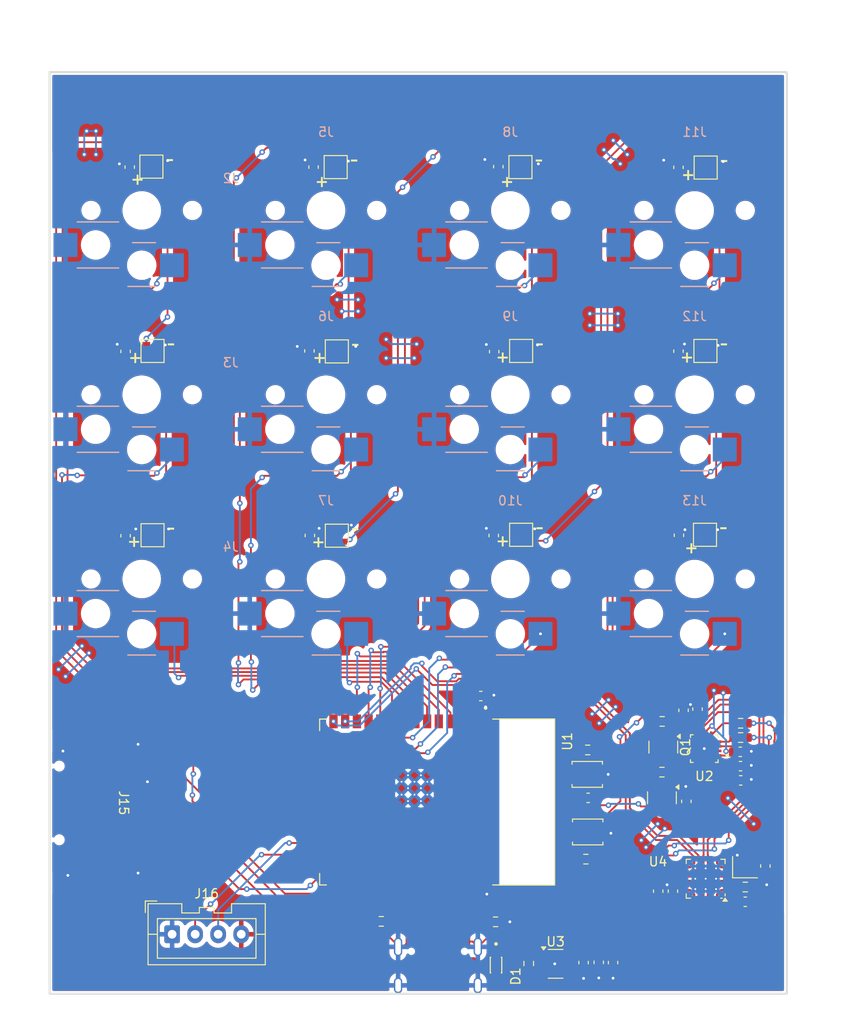
<source format=kicad_pcb>
(kicad_pcb (version 20240108) (generator "pcbnew") (generator_version "8.0")
  (layers (0 "F.Cu" signal) (31 "B.Cu" signal) (34 "B.Paste" user) (35 "F.Paste" user) (36 "B.SilkS" user "B.Silkscreen") (37 "F.SilkS" user "F.Silkscreen") (38 "B.Mask" user) (39 "F.Mask" user) (44 "Edge.Cuts" user))
  (net 0 "")
  (net 1 "Io0")
  (net 2 "GND")
  (net 3 "EN")
  (net 4 "+3.3V")
  (net 5 "+5V")
  (net 6 "Net-(Q1-B)")
  (net 7 "/DTR")
  (net 8 "/RTS")
  (net 9 "Net-(Q2-B)")
  (net 10 "TXD")
  (net 11 "Net-(U2-RXD)")
  (net 12 "RXD")
  (net 13 "Net-(U2-TXD)")
  (net 14 "Net-(J1-CC1)")
  (net 15 "Net-(J1-CC2)")
  (net 30 "Net-(C9-Pad1)")
  (net 31 "Net-(U4-XI)")
  (net 32 "Net-(U3-EN)")
  (net 33 "Net-(U4-XO)")
  (net 35 "/D-")
  (net 36 "/D+")
  (net 37 "Net-(D1-PadA)")
  (net 38 "/RGBLED")
  (net 39 "Net-(D2-do)")
  (net 40 "Net-(D3-do)")
  (net 41 "Net-(D4-do)")
  (net 42 "Net-(D5-do)")
  (net 43 "Net-(D6-do)")
  (net 44 "/RGBc")
  (net 45 "Net-(D8-do)")
  (net 46 "Net-(D10-di)")
  (net 47 "Net-(D10-do)")
  (net 48 "Net-(D11-do)")
  (net 49 "Net-(D12-do)")
  (net 53 "/BUTTON1")
  (net 54 "/BUTTON2")
  (net 55 "/BUTTON3")
  (net 56 "/BUTTON4")
  (net 57 "/BUTTON5")
  (net 58 "/BUTTON6")
  (net 59 "/BUTTON7")
  (net 60 "/BUTTON8")
  (net 61 "/BUTTON9")
  (net 62 "/BUTTON10")
  (net 63 "/BUTTON11")
  (net 64 "/BUTTON12")
  (net 65 "Net-(J16-Pin_2)")
  (net 67 "/MISO")
  (net 73 "/MOSI")
  (net 75 "Net-(J16-Pin_3)")
  (net 79 "/SD{slash}CS")
  (net 80 "/SCK")
  (net 91 "/uartD+")
  (net 92 "/uartD-")
  (net 93 "/espD+")
  (net 94 "/espD-")
  (footprint "Crystal:Crystal_SMD_2016-4Pin_2.0x1.6mm" (layer "F.Cu") (at 263.225 120.525)
    (property "Reference" "Y1" (hide yes))
    (property "Value" "Crystal_GND24" (hide yes))
  )
  (footprint "footprints:LED_SMD_XINGLIGHT_XL-2020RGBC-WS2812B" (layer "F.Cu") (at 218.925 84.55)
    (property "Reference" "D7" (hide yes))
    (property "Value" "RGB" (hide yes))
  )
  (footprint "Capacitor_SMD:C_0603_1608Metric" (layer "F.Cu") (at 255.4 123.125 90)
    (property "Reference" "C8" (hide yes))
    (property "Value" "1UF" (hide yes))
  )
  (footprint "footprints:LED_SMD_XINGLIGHT_XL-2020RGBC-WS2812B" (layer "F.Cu") (at 198.8 44.5)
    (property "Reference" "D2" (hide yes))
    (property "Value" "RGB" (hide yes))
  )
  (footprint "Capacitor_SMD:C_0603_1608Metric" (layer "F.Cu") (at 196.45 44.55 90)
    (property "Reference" "C13" (hide yes))
    (property "Value" "100n" (hide yes))
  )
  (footprint "Capacitor_SMD:C_0603_1608Metric" (layer "F.Cu") (at 235.95 84.525 90)
    (property "Reference" "C21" (hide yes))
    (property "Value" "100n" (hide yes))
  )
  (footprint "Capacitor_SMD:C_0603_1608Metric" (layer "F.Cu") (at 258.064 103.365 90)
    (property "Reference" "C6" (hide yes))
    (property "Value" "10uf" (hide yes))
  )
  (footprint "Package_DFN_QFN:QFN-24-1EP_4x4mm_P0.5mm_EP2.75x2.75mm_ThermalVias" (layer "F.Cu") (at 258.95 121.775 180)
    (property "Reference" "U4")
    (property "Value" "~")
  )
  (footprint "footprints:LED_SMD_XINGLIGHT_XL-2020RGBC-WS2812B" (layer "F.Cu") (at 238.925 64.5)
    (property "Reference" "D9" (hide yes))
    (property "Value" "RGB" (hide yes))
  )
  (footprint "Capacitor_SMD:C_0603_1608Metric" (layer "F.Cu") (at 247.35 130.85 -90)
    (property "Reference" "C26" (hide yes))
    (property "Value" "10uf" (hide yes))
  )
  (footprint "Resistor_SMD:R_0603_1608Metric" (layer "F.Cu") (at 245.95 119.65)
    (property "Reference" "R12" (hide yes))
    (property "Value" "10k" (hide yes))
  )
  (footprint "Capacitor_SMD:C_0603_1608Metric" (layer "F.Cu") (at 196 84.55 90)
    (property "Reference" "C23" (hide yes))
    (property "Value" "100n" (hide yes))
  )
  (footprint "custom components:SOD2512X115N" (layer "F.Cu") (at 236.2 131.15 -90)
    (property "Reference" "D1")
    (property "Value" "B5819WS-TP" (hide yes))
  )
  (footprint "Capacitor_SMD:C_0603_1608Metric" (layer "F.Cu") (at 256.55 103.5 -90)
    (property "Reference" "C1" (hide yes))
    (property "Value" "1uf" (hide yes))
  )
  (footprint "Capacitor_SMD:C_0603_1608Metric" (layer "F.Cu") (at 262.755 111.105)
    (property "Reference" "C3" (hide yes))
    (property "Value" "100nf" (hide yes))
  )
  (footprint "Capacitor_SMD:C_0603_1608Metric" (layer "F.Cu") (at 256.855 113.38 90)
    (property "Reference" "C2" (hide yes))
    (property "Value" "4.7uf" (hide yes))
  )
  (footprint "Button_Switch_SMD:SW_SPST_B3U-1000P" (layer "F.Cu") (at 246.15 116.7 180)
    (property "Reference" "SW2" (hide yes))
    (property "Value" "SW_Push" (hide yes))
  )
  (footprint "Resistor_SMD:R_0603_1608Metric" (layer "F.Cu") (at 246.15 107.8)
    (property "Reference" "R11" (hide yes))
    (property "Value" "10k" (hide yes))
  )
  (footprint "Capacitor_SMD:C_0603_1608Metric" (layer "F.Cu") (at 262.705 108.005)
    (property "Reference" "C4" (hide yes))
    (property "Value" "100nf" (hide yes))
  )
  (footprint "Capacitor_SMD:C_0603_1608Metric" (layer "F.Cu") (at 248.9 130.875 -90)
    (property "Reference" "C25" (hide yes))
    (property "Value" "10uf" (hide yes))
  )
  (footprint "footprints:LED_SMD_XINGLIGHT_XL-2020RGBC-WS2812B" (layer "F.Cu") (at 218.925 64.55)
    (property "Reference" "D6" (hide yes))
    (property "Value" "RGB" (hide yes))
  )
  (footprint "Resistor_SMD:R_0603_1608Metric" (layer "F.Cu") (at 239.75 130.975 -90)
    (property "Reference" "R3" (hide yes))
    (property "Value" "100K" (hide yes))
  )
  (footprint "Capacitor_SMD:C_0603_1608Metric" (layer "F.Cu") (at 216 84.525 90)
    (property "Reference" "C22" (hide yes))
    (property "Value" "100n" (hide yes))
  )
  (footprint "Capacitor_SMD:C_0603_1608Metric" (layer "F.Cu") (at 215.95 64.5 90)
    (property "Reference" "C18" (hide yes))
    (property "Value" "100n" (hide yes))
  )
  (footprint "Capacitor_SMD:C_0603_1608Metric" (layer "F.Cu") (at 265.43 120.396 -90)
    (property "Reference" "C10" (hide yes))
    (property "Value" "15pf" (hide yes))
  )
  (footprint "Capacitor_SMD:C_0603_1608Metric" (layer "F.Cu") (at 256.05 84.5 90)
    (property "Reference" "C24" (hide yes))
    (property "Value" "100n" (hide yes))
  )
  (footprint "Capacitor_SMD:C_0603_1608Metric" (layer "F.Cu") (at 256 64.525 90)
    (property "Reference" "C20" (hide yes))
    (property "Value" "100n" (hide yes))
  )
  (footprint "Resistor_SMD:R_0603_1608Metric" (layer "F.Cu") (at 223.75 126.4)
    (property "Reference" "R7" (hide yes))
    (property "Value" "5k1" (hide yes))
  )
  (footprint "footprints:LED_SMD_XINGLIGHT_XL-2020RGBC-WS2812B" (layer "F.Cu") (at 238.925 84.45)
    (property "Reference" "D10" (hide yes))
    (property "Value" "RGB" (hide yes))
  )
  (footprint "footprints:LED_SMD_XINGLIGHT_XL-2020RGBC-WS2812B" (layer "F.Cu") (at 198.925 64.5)
    (property "Reference" "D3" (hide yes))
    (property "Value" "RGB" (hide yes))
  )
  (footprint "Connector_JST:JST_XA_B04B-XASK-1_1x04_P2.50mm_Vertical" (layer "F.Cu") (at 201.05 127.8)
    (property "Reference" "J16")
    (property "Value" "Conn_01x04_Pin")
  )
  (footprint "footprints:LED_SMD_XINGLIGHT_XL-2020RGBC-WS2812B" (layer "F.Cu") (at 258.875 84.45)
    (property "Reference" "D13" (hide yes))
    (property "Value" "RGB" (hide yes))
  )
  (footprint "Resistor_SMD:R_0603_1608Metric" (layer "F.Cu") (at 262.745 104.905)
    (property "Reference" "R5" (hide yes))
    (property "Value" "0R" (hide yes))
  )
  (footprint "Capacitor_SMD:C_0603_1608Metric" (layer "F.Cu") (at 253.8 123.125 90)
    (property "Reference" "C7" (hide yes))
    (property "Value" "1UF" (hide yes))
  )
  (footprint "custom components:QFN50P300X300X80-17N" (layer "F.Cu") (at 258.8 107.655 180)
    (property "Reference" "U2")
    (property "Value" "CH343P" (hide yes))
  )
  (footprint "custom components:XCVR_ESP32S3WROOM1N8R8" (layer "F.Cu") (at 229.81 113.45 -90)
    (property "Reference" "U1")
    (property "Value" "ESP32-S3-WROOM-1-N8R8")
  )
  (footprint "footprints:LED_SMD_XINGLIGHT_XL-2020RGBC-WS2812B" (layer "F.Cu") (at 198.925 84.5)
    (property "Reference" "D4" (hide yes))
    (property "Value" "RGB" (hide yes))
  )
  (footprint "Capacitor_SMD:C_0603_1608Metric" (layer "F.Cu") (at 196 64.55 90)
    (property "Reference" "C17" (hide yes))
    (property "Value" "100n" (hide yes))
  )
  (footprint "footprints:LED_SMD_XINGLIGHT_XL-2020RGBC-WS2812B" (layer "F.Cu") (at 258.925 64.5)
    (property "Reference" "D12" (hide yes))
    (property "Value" "RGB" (hide yes))
  )
  (footprint "Capacitor_SMD:C_0603_1608Metric" (layer "F.Cu") (at 263.25 124.275)
    (property "Reference" "C9" (hide yes))
    (property "Value" "15pf" (hide yes))
  )
  (footprint "Package_TO_SOT_SMD:SOT-23" (layer "F.Cu") (at 254.355 107.4925 -90)
    (property "Reference" "Q1")
    (property "Value" "S8050")
  )
  (footprint "footprints:LED_SMD_XINGLIGHT_XL-2020RGBC-WS2812B" (layer "F.Cu") (at 258.95 44.6)
    (property "Reference" "D11" (hide yes))
    (property "Value" "RGB" (hide yes))
  )
  (footprint "Capacitor_SMD:C_0603_1608Metric" (layer "F.Cu") (at 236.45 44.5 90)
    (property "Reference" "C15" (hide yes))
    (property "Value" "100n" (hide yes))
  )
  (footprint "Resistor_SMD:R_0603_1608Metric" (layer "F.Cu") (at 236.15 126.45)
    (property "Reference" "R8" (hide yes))
    (property "Value" "5k1" (hide yes))
  )
  (footprint "Button_Switch_SMD:SW_SPST_B3U-1000P" (layer "F.Cu") (at 246.1 110.45 180)
    (property "Reference" "SW1" (hide yes))
    (property "Value" "SW_Push" (hide yes))
  )
  (footprint "Capacitor_SMD:C_0603_1608Metric" (layer "F.Cu") (at 246.2 113)
    (property "Reference" "C11" (hide yes))
    (property "Value" "1UF" (hide yes))
  )
  (footprint "footprints:Connector_MicroSD_G-SWITCH_GT-TF003-H0185-02" (layer "F.Cu") (at 188.8 113.55 -90)
    (property "Reference" "J15")
    (property "Value" "GT-TF003-H0185-02")
  )
  (footprint "Package_TO_SOT_SMD:SOT-23" (layer "F.Cu") (at 254.205 112.9925 -90)
    (property "Reference" "Q2" (hide yes))
    (property "Value" "S8050" (hide yes))
  )
  (footprint "footprints:Connector_USB-C_HANBO-ELECTRONIC_MC-126D-DG10" (layer "F.Cu") (at 229.9 135.94)
    (property "Reference" "J1" (hide yes))
    (property "Value" "MC-126D-DG10" (hide yes))
  )
  (footprint "Resistor_SMD:R_0603_1608Metric" (layer "F.Cu") (at 263.25 122.675)
    (property "Reference" "R10" (hide yes))
    (property "Value" "1k" (hide yes))
  )
  (footprint "Resistor_SMD:R_0603_1608Metric" (layer "F.Cu") (at 254.205 110.205)
    (property "Reference" "R1" (hide yes))
    (property "Value" "12k" (hide yes))
  )
  (footprint "Resistor_SMD:R_0603_1608Metric" (layer "F.Cu") (at 254.23 104.705)
    (property "Reference" "R2" (hide yes))
    (property "Value" "12k" (hide yes))
  )
  (footprint "Capacitor_SMD:C_0603_1608Metric" (layer "F.Cu") (at 245.7 130.875 -90)
    (property "Reference" "C27" (hide yes))
    (property "Value" "1uf" (hide yes))
  )
  (footprint "Resistor_SMD:R_0603_1608Metric" (layer "F.Cu") (at 262.745 106.455 180)
    (property "Reference" "R6" (hide yes))
    (property "Value" "0R" (hide yes))
  )
  (footprint "Capacitor_SMD:C_0603_1608Metric" (layer "F.Cu") (at 236 64.575 90)
    (property "Reference" "C19" (hide yes))
    (property "Value" "100n" (hide yes))
  )
  (footprint "footprints:LED_SMD_XINGLIGHT_XL-2020RGBC-WS2812B" (layer "F.Cu") (at 238.85 44.55)
    (property "Reference" "D8" (hide yes))
    (property "Value" "RGB" (hide yes))
  )
  (footprint "footprints:LED_SMD_XINGLIGHT_XL-2020RGBC-WS2812B" (layer "F.Cu") (at 218.8 44.55)
    (property "Reference" "D5" (hide yes))
    (property "Value" "RGB" (hide yes))
  )
  (footprint "Capacitor_SMD:C_0603_1608Metric" (layer "F.Cu") (at 256 44.575 90)
    (property "Reference" "C16" (hide yes))
    (property "Value" "100n" (hide yes))
  )
  (footprint "Capacitor_SMD:C_0603_1608Metric" (layer "F.Cu") (at 234.55 101.95)
    (property "Reference" "C12" (hide yes))
    (property "Value" "10uf" (hide yes))
  )
  (footprint "Capacitor_SMD:C_0603_1608Metric" (layer "F.Cu") (at 262.73 109.555)
    (property "Reference" "C5" (hide yes))
    (property "Value" "100nf" (hide yes))
  )
  (footprint "Package_TO_SOT_SMD:SOT-23-5" (layer "F.Cu") (at 242.665 131.01)
    (property "Reference" "U3")
    (property "Value" "AP2112K-3.3" (hide yes))
  )
  (footprint "Capacitor_SMD:C_0603_1608Metric" (layer "F.Cu") (at 216.4 44.55 90)
    (property "Reference" "C14" (hide yes))
    (property "Value" "100n" (hide yes))
  )
  (footprint "footprints:Connector_Keyswitch_Socket_KAILH_CPG135001S30" (layer "B.Cu") (at 217.75 69.25 180)
    (property "Reference" "J6")
    (property "Value" "CPG135001S30")
  )
  (footprint "footprints:Connector_Keyswitch_Socket_KAILH_CPG135001S30" (layer "B.Cu") (at 257.75 69.25 180)
    (property "Reference" "J12")
    (property "Value" "CPG135001S30")
  )
  (footprint "footprints:Connector_Keyswitch_Socket_KAILH_CPG135001S30" (layer "B.Cu") (at 237.75 49.25 180)
    (property "Reference" "J8")
    (property "Value" "CPG135001S30")
  )
  (footprint "footprints:Connector_Keyswitch_Socket_KAILH_CPG135001S30" (layer "B.Cu") (at 197.75 49.25 180)
    (property "Reference" "J2")
    (property "Value" "CPG135001S30")
  )
  (footprint "footprints:Connector_Keyswitch_Socket_KAILH_CPG135001S30" (layer "B.Cu") (at 257.75 49.25 180)
    (property "Reference" "J11")
    (property "Value" "CPG135001S30")
  )
  (footprint "footprints:Connector_Keyswitch_Socket_KAILH_CPG135001S30" (layer "B.Cu") (at 217.75 49.25 180)
    (property "Reference" "J5")
    (property "Value" "CPG135001S30")
  )
  (footprint "footprints:Connector_Keyswitch_Socket_KAILH_CPG135001S30" (layer "B.Cu") (at 197.75 89.25 180)
    (property "Reference" "J4")
    (property "Value" "CPG135001S30")
  )
  (footprint "footprints:Connector_Keyswitch_Socket_KAILH_CPG135001S30" (layer "B.Cu") (at 257.75 89.25 180)
    (property "Reference" "J13")
    (property "Value" "CPG135001S30")
  )
  (footprint "footprints:Connector_Keyswitch_Socket_KAILH_CPG135001S30" (layer "B.Cu") (at 197.75 69.25 180)
    (property "Reference" "J3")
    (property "Value" "CPG135001S30")
  )
  (footprint "footprints:Connector_Keyswitch_Socket_KAILH_CPG135001S30" (layer "B.Cu") (at 237.75 89.25 180)
    (property "Reference" "J10")
    (property "Value" "CPG135001S30")
  )
  (footprint "footprints:Connector_Keyswitch_Socket_KAILH_CPG135001S30" (layer "B.Cu") (at 237.75 69.25 180)
    (property "Reference" "J9")
    (property "Value" "CPG135001S30")
  )
  (footprint "footprints:Connector_Keyswitch_Socket_KAILH_CPG135001S30" (layer "B.Cu") (at 217.75 89.25 180)
    (property "Reference" "J7")
    (property "Value" "CPG135001S30")
  )
  (gr_rect (start 187.75 34.25) (end 267.75 134.25) (stroke (width 0.2)) (fill none) (layer "Edge.Cuts"))
  (segment (start 252.6 103.7) (end 251.45 104.85) (width 0.2) (layer "F.Cu") (net 1))
  (segment (start 249.7 106.46673) (end 249.604135 106.370865) (width 0.2) (layer "F.Cu") (net 1))
  (segment (start 245.125 119.65) (end 244.7 119.65) (width 0.2) (layer "F.Cu") (net 1))
  (segment (start 236.25 122.55) (end 236.25 121.55) (width 0.2) (layer "F.Cu") (net 1))
  (segment (start 249.7 113.348529) (end 249.7 106.46673) (width 0.2) (layer "F.Cu") (net 1))
  (segment (start 244.45 120.701422) (end 242.601422 122.55) (width 0.2) (layer "F.Cu") (net 1))
  (segment (start 244.45 119.4) (end 244.45 120.701422) (width 0.2) (layer "F.Cu") (net 1))
  (segment (start 254.8925 105.5175) (end 254.414448 105.995552) (width 0.2) (layer "F.Cu") (net 1))
  (segment (start 218.56 121.25) (end 218.56 122.2) (width 0.2) (layer "F.Cu") (net 1))
  (segment (start 255.65 103.7) (end 252.6 103.7) (width 0.2) (layer "F.Cu") (net 1))
  (segment (start 256.555 104.505) (end 255.7 103.65) (width 0.2) (layer "F.Cu") (net 1))
  (segment (start 242.601422 122.55) (end 236.25 122.55) (width 0.2) (layer "F.Cu") (net 1))
  (segment (start 244.85 116.35) (end 246.45 114.75) (width 0.2) (layer "F.Cu") (net 1))
  (segment (start 244.45 116.35) (end 244.85 116.35) (width 0.2) (layer "F.Cu") (net 1))
  (segment (start 236.25 121.55) (end 234.65 119.95) (width 0.2) (layer "F.Cu") (net 1))
  (segment (start 255.7 103.65) (end 255.65 103.7) (width 0.2) (layer "F.Cu") (net 1))
  (segment (start 246.45 114.75) (end 248.298529 114.75) (width 0.2) (layer "F.Cu") (net 1))
  (segment (start 219.86 119.95) (end 218.56 121.25) (width 0.2) (layer "F.Cu") (net 1))
  (segment (start 255.5675 105.5175) (end 254.8925 105.5175) (width 0.2) (layer "F.Cu") (net 1))
  (segment (start 256.605 104.48) (end 255.5675 105.5175) (width 0.2) (layer "F.Cu") (net 1))
  (segment (start 254.414448 105.995552) (end 254.414448 108.370552) (width 0.2) (layer "F.Cu") (net 1))
  (segment (start 234.65 119.95) (end 219.86 119.95) (width 0.2) (layer "F.Cu") (net 1))
  (segment (start 244.7 119.65) (end 244.45 119.4) (width 0.2) (layer "F.Cu") (net 1))
  (segment (start 248.298529 114.75) (end 249.7 113.348529) (width 0.2) (layer "F.Cu") (net 1))
  (segment (start 244.45 116.7) (end 244.45 119.4) (width 0.2) (layer "F.Cu") (net 1))
  (via (at 249.604135 106.370865) (size 0.6) (drill 0.3) (layers "F.Cu" "B.Cu") (net 1))
  (via (at 251.45 104.85) (size 0.6) (drill 0.3) (layers "F.Cu" "B.Cu") (net 1))
  (segment (start 249.604135 106.370865) (end 249.779135 106.370865) (width 0.2) (layer "B.Cu") (net 1))
  (segment (start 251.3 104.85) (end 251.45 104.85) (width 0.2) (layer "B.Cu") (net 1))
  (segment (start 249.779135 106.370865) (end 251.3 104.85) (width 0.2) (layer "B.Cu") (net 1))
  (segment (start 245.7 131.65) (end 245.7 132.588) (width 0.2) (layer "F.Cu") (net 2))
  (segment (start 256.525 83.725) (end 256.7 83.9) (width 0.2) (layer "F.Cu") (net 2))
  (segment (start 195.747 43.775) (end 195.326 44.196) (width 0.2) (layer "F.Cu") (net 2))
  (segment (start 262.525 119.975) (end 262.525 119.523) (width 0.2) (layer "F.Cu") (net 2))
  (segment (start 247.35 131.625) (end 247.35 132.542) (width 0.2) (layer "F.Cu") (net 2))
  (segment (start 247.85 116.7) (end 247.256 116.7) (width 0.2) (layer "F.Cu") (net 2))
  (segment (start 265.575 122.975) (end 265.575 122.428) (width 0.2) (layer "F.Cu") (net 2))
  (segment (start 189.2 121.95) (end 189.738 121.412) (width 0.2) (layer "F.Cu") (net 2))
  (segment (start 235.204 122.334) (end 235.204 123.444) (width 0.2) (layer "F.Cu") (net 2))
  (segment (start 239.6 83.8) (end 240.4 83.8) (width 0.2) (layer "F.Cu") (net 2))
  (segment (start 235.07 103.124) (end 235.07 104.7) (width 0.2) (layer "F.Cu") (net 2))
  (segment (start 198.8 121.35) (end 197.55 121.35) (width 0.2) (layer "F.Cu") (net 2))
  (segment (start 197.55 121.35) (end 197.358 121.158) (width 0.2) (layer "F.Cu") (net 2))
  (segment (start 234.225 129.17) (end 234.255 129.17) (width 0.2) (layer "F.Cu") (net 2))
  (segment (start 220 83.9) (end 220.5 83.4) (width 0.2) (layer "F.Cu") (net 2))
  (segment (start 256.855 112.605) (end 256.855 111.821) (width 0.2) (layer "F.Cu") (net 2))
  (segment (start 259.6 63.85) (end 260.25 63.85) (width 0.2) (layer "F.Cu") (net 2))
  (segment (start 247.8 112.85) (end 247.8 110.45) (width 0.2) (layer "F.Cu") (net 2))
  (segment (start 265.575 122.428) (end 265.575 121.45) (width 0.2) (layer "F.Cu") (net 2))
  (segment (start 239.525 43.9) (end 240.496 43.9) (width 0.2) (layer "F.Cu") (net 2))
  (segment (start 220.872 63.9) (end 220.98 64.008) (width 0.2) (layer "F.Cu") (net 2))
  (segment (start 254.762 122.428) (end 253.878 122.428) (width 0.2) (layer "F.Cu") (net 2))
  (segment (start 256 63.75) (end 256.65 63.75) (width 0.2) (layer "F.Cu") (net 2))
  (segment (start 225.575 129.05) (end 222.925 126.4) (width 0.2) (layer "F.Cu") (net 2))
  (segment (start 260.25 63.85) (end 260.3 63.9) (width 0.2) (layer "F.Cu") (net 2))
  (segment (start 227.35 110.55) (end 227.35 113.35) (width 0.2) (layer "F.Cu") (net 2))
  (segment (start 265.575 121.45) (end 264.3 121.45) (width 0.2) (layer "F.Cu") (net 2))
  (segment (start 263.48 108.005) (end 263.851 108.005) (width 0.2) (layer "F.Cu") (net 2))
  (segment (start 241.5275 131.01) (end 242.57 131.01) (width 0.2) (layer "F.Cu") (net 2))
  (segment (start 199.6 63.85) (end 200.31 63.85) (width 0.2) (layer "F.Cu") (net 2))
  (segment (start 263.799 111.105) (end 263.906 110.998) (width 0.2) (layer "F.Cu") (net 2))
  (segment (start 214.913 63.725) (end 214.63 64.008) (width 0.2) (layer "F.Cu") (net 2))
  (segment (start 247.8 110.45) (end 248.372 110.45) (width 0.2) (layer "F.Cu") (net 2))
  (segment (start 265.43 121.171) (end 265.43 122.283) (width 0.2) (layer "F.Cu") (net 2))
  (segment (start 219.6 83.9) (end 220 83.9) (width 0.2) (layer "F.Cu") (net 2))
  (segment (start 259.625 43.95) (end 260.85 43.95) (width 0.2) (layer "F.Cu") (net 2))
  (segment (start 260.15 83.8) (end 260.25 83.9) (width 0.2) (layer "F.Cu") (net 2))
  (segment (start 265.625 123.225) (end 265.625 123.025) (width 0.2) (layer "F.Cu") (net 2))
  (segment (start 260.245 107.905) (end 259.05 107.905) (width 0.2) (layer "F.Cu") (net 2))
  (segment (start 196.551 83.775) (end 197.059 83.775) (width 0.2) (layer "F.Cu") (net 2))
  (segment (start 234.255 129.17) (end 236.975 126.45) (width 0.2) (layer "F.Cu") (net 2))
  (segment (start 225.575 129.17) (end 226.12 129.17) (width 0.2) (layer "F.Cu") (net 2))
  (segment (start 257.367 102.805) (end 257.302 102.87) (width 0.2) (layer "F.Cu") (net 2))
  (segment (start 254.84 122.35) (end 255.4 122.35) (width 0.2) (layer "F.Cu") (net 2))
  (segment (start 225.95 110.55) (end 228.75 110.55) (width 0.2) (layer "F.Cu") (net 2))
  (segment (start 256.55 102.725) (end 257.157 102.725) (width 0.2) (layer "F.Cu") (net 2))
  (segment (start 262.525 119.523) (end 262.525 119.361) (width 0.2) (layer "F.Cu") (net 2))
  (segment (start 235.07 104.7) (end 235.07 102.205) (width 0.2) (layer "F.Cu") (net 2))
  (segment (start 225.575 129.17) (end 225.575 129.05) (width 0.2) (layer "F.Cu") (net 2))
  (segment (start 236.45 43.725) (end 234.987 43.725) (width 0.2) (layer "F.Cu") (net 2))
  (segment (start 226.12 129.17) (end 226.7 128.59) (width 0.2) (layer "F.Cu") (net 2))
  (segment (start 265.43 122.283) (end 265.575 122.428) (width 0.2) (layer "F.Cu") (net 2))
  (segment (start 219.6 63.9) (end 220.872 63.9) (width 0.2) (layer "F.Cu") (net 2))
  (segment (start 197.059 83.775) (end 197.104 83.82) (width 0.2) (layer "F.Cu") (net 2))
  (segment (start 264.3 121.45) (end 263.925 121.075) (width 0.2) (layer "F.Cu") (net 2))
  (segment (start 199.475 43.85) (end 200.568 43.85) (width 0.2) (layer "F.Cu") (net 2))
  (segment (start 198.374 111.25) (end 199.8 111.25) (width 0.2) (layer "F.Cu") (net 2))
  (segment (start 248.526 116.7) (end 248.666 116.84) (width 0.2) (layer "F.Cu") (net 2))
  (segment (start 262.525 119.361) (end 262.382 119.218) (width 0.2) (layer "F.Cu") (net 2))
  (segment (start 263.851 108.005) (end 263.906 107.95) (width 0.2) (layer "F.Cu") (net 2))
  (segment (start 256 43.8) (end 254.396 43.8) (width 0.2) (layer "F.Cu") (net 2))
  (segment (start 259.55 83.8) (end 260.15 83.8) (width 0.2) (layer "F.Cu") (net 2))
  (segment (start 264.575 124.275) (end 265.625 123.225) (width 0.2) (layer "F.Cu") (net 2))
  (segment (start 263.825 109.555) (end 263.906 109.474) (width 0.2) (layer "F.Cu") (net 2))
  (segment (start 198.8 106.75) (end 197.796 106.75) (width 0.2) (layer "F.Cu") (net 2))
  (segment (start 233.1 128.59) (end 233.645 128.59) (width 0.2) (layer "F.Cu") (net 2))
  (segment (start 199.6 83.85) (end 200.63 83.85) (width 0.2) (layer "F.Cu") (net 2))
  (segment (start 216 83.75) (end 217 83.75) (width 0.2) (layer "F.Cu") (net 2))
  (segment (start 264.025 124.275) (end 264.575 124.275) (width 0.2) (layer "F.Cu") (net 2))
  (segment (start 247.256 116.7) (end 248.526 116.7) (width 0.2) (layer "F.Cu") (net 2))
  (segment (start 265.625 123.025) (end 265.575 122.975) (width 0.2) (layer "F.Cu") (net 2))
  (segment (start 196 63.775) (end 195.093 63.775) (width 0.2) (layer "F.Cu") (net 2))
  (segment (start 257.157 102.725) (end 257.302 102.87) (width 0.2) (layer "F.Cu") (net 2))
  (segment (start 189.2 106.75) (end 189.2 107.92) (width 0.2) (layer "F.Cu") (net 2))
  (segment (start 256.855 111.821) (end 256.794 111.76) (width 0.2) (layer "F.Cu") (net 2))
  (segment (start 216.4 43.775) (end 215.479 43.775) (width 0.2) (layer "F.Cu") (net 2))
  (segment (start 254.762 122.428) (end 254.84 122.35) (width 0.2) (layer "F.Cu") (net 2))
  (segment (start 235.325 101.95) (end 235.87 101.95) (width 0.2) (layer "F.Cu") (net 2))
  (segment (start 228.75 111.95) (end 225.95 111.95) (width 0.2) (layer "F.Cu") (net 2))
  (segment (start 225.95 113.35) (end 225.95 111.25) (width 0.2) (layer "F.Cu") (net 2))
  (segment (start 256.05 83.725) (end 256.525 83.725) (width 0.2) (layer "F.Cu") (net 2))
  (segment (start 236 63.8) (end 235.15 63.8) (width 0.2) (layer "F.Cu") (net 2))
  (segment (start 219.475 43.9) (end 220.176 43.9) (width 0.2) (layer "F.Cu") (net 2))
  (segment (start 196 83.775) (end 196.551 83.775) (width 0.2) (layer "F.Cu") (net 2))
  (segment (start 233.645 128.59) (end 234.225 129.17) (width 0.2) (layer "F.Cu") (net 2))
  (segment (start 215.95 63.725) (end 214.913 63.725) (width 0.2) (layer "F.Cu") (net 2))
  (segment (start 240.496 43.9) (end 240.792 44.196) (width 0.2) (layer "F.Cu") (net 2))
  (segment (start 248.9 131.65) (end 248.9 132.568) (width 0.2) (layer "F.Cu") (net 2))
  (segment (start 246.975 113) (end 247.65 113) (width 0.2) (layer "F.Cu") (net 2))
  (segment (start 236.975 126.45) (end 237.702 126.45) (width 0.2) (layer "F.Cu") (net 2))
  (segment (start 247.65 113) (end 247.8 112.85) (width 0.2) (layer "F.Cu") (net 2))
  (segment (start 235.87 101.95) (end 235.966 101.854) (width 0.2) (layer "F.Cu") (net 2))
  (segment (start 196.45 43.775) (end 195.747 43.775) (width 0.2) (layer "F.Cu") (net 2))
  (segment (start 197.796 106.75) (end 197.358 107.188) (width 0.2) (layer "F.Cu") (net 2))
  (segment (start 239.6 63.85) (end 240.7 63.85) (width 0.2) (layer "F.Cu") (net 2))
  (segment (start 228.75 113.35) (end 225.95 113.35) (width 0.2) (layer "F.Cu") (net 2))
  (segment (start 235.95 83.75) (end 235.15 83.75) (width 0.2) (layer "F.Cu") (net 2))
  (segment (start 258.105 102.805) (end 257.367 102.805) (width 0.2) (layer "F.Cu") (net 2))
  (segment (start 228.75 113.35) (end 228.75 110.55) (width 0.2) (layer "F.Cu") (net 2))
  (segment (start 200.63 83.85) (end 200.66 83.82) (width 0.2) (layer "F.Cu") (net 2))
  (via (at 256.794 111.76) (size 0.6) (drill 0.3) (layers "F.Cu" "B.Cu") (net 2))
  (via (at 189.2 107.92) (size 0.6) (drill 0.3) (layers "F.Cu" "B.Cu") (net 2))
  (via (at 234.987 43.725) (size 0.6) (drill 0.3) (layers "F.Cu" "B.Cu") (net 2))
  (via (at 235.204 123.444) (size 0.6) (drill 0.3) (layers "F.Cu" "B.Cu") (net 2))
  (via (at 197.104 83.82) (size 0.6) (drill 0.3) (layers "F.Cu" "B.Cu") (net 2))
  (via (at 235.07 103.124) (size 0.6) (drill 0.3) (layers "F.Cu" "B.Cu") (net 2))
  (via (at 198.374 111.25) (size 0.6) (drill 0.3) (layers "F.Cu" "B.Cu") (net 2))
  (via (at 248.666 116.84) (size 0.6) (drill 0.3) (layers "F.Cu" "B.Cu") (net 2))
  (via (at 257.302 102.87) (size 0.6) (drill 0.3) (layers "F.Cu" "B.Cu") (net 2))
  (via (at 240.4 83.8) (size 0.6) (drill 0.3) (layers "F.Cu" "B.Cu") (net 2))
  (via (at 217 83.75) (size 0.6) (drill 0.3) (layers "F.Cu" "B.Cu") (net 2))
  (via (at 265.575 122.428) (size 0.6) (drill 0.3) (layers "F.Cu" "B.Cu") (net 2))
  (via (at 220.5 83.4) (size 0.6) (drill 0.3) (layers "F.Cu" "B.Cu") (net 2))
  (via (at 248.9 132.568) (size 0.6) (drill 0.3) (layers "F.Cu" "B.Cu") (net 2))
  (via (at 263.906 107.95) (size 0.6) (drill 0.3) (layers "F.Cu" "B.Cu") (net 2))
  (via (at 235.15 63.8) (size 0.6) (drill 0.3) (layers "F.Cu" "B.Cu") (net 2))
  (via (at 263.906 109.474) (size 0.6) (drill 0.3) (layers "F.Cu" "B.Cu") (net 2))
  (via (at 237.702 126.45) (size 0.6) (drill 0.3) (layers "F.Cu" "B.Cu") (net 2))
  (via (at 254.396 43.8) (size 0.6) (drill 0.3) (layers "F.Cu" "B.Cu") (net 2))
  (via (at 220.98 64.008) (size 0.6) (drill 0.3) (layers "F.Cu" "B.Cu") (net 2))
  (via (at 245.7 132.588) (size 0.6) (drill 0.3) (layers "F.Cu" "B.Cu") (net 2))
  (via (at 195.093 63.775) (size 0.6) (drill 0.3) (layers "F.Cu" "B.Cu") (net 2))
  (via (at 262.382 119.218) (size 0.6) (drill 0.3) (layers "F.Cu" "B.Cu") (net 2))
  (via (at 214.63 64.008) (size 0.6) (drill 0.3) (layers "F.Cu" "B.Cu") (net 2))
  (via (at 240.7 63.85) (size 0.6) (drill 0.3) (layers "F.Cu" "B.Cu") (net 2))
  (via (at 220.176 43.9) (size 0.6) (drill 0.3) (layers "F.Cu" "B.Cu") (net 2))
  (via (at 256.65 63.75) (size 0.6) (drill 0.3) (layers "F.Cu" "B.Cu") (net 2))
  (via (at 235.966 101.854) (size 0.6) (drill 0.3) (layers "F.Cu" "B.Cu") (net 2))
  (via (at 200.66 83.82) (size 0.6) (drill 0.3) (layers "F.Cu" "B.Cu") (net 2))
  (via (at 200.568 43.85) (size 0.6) (drill 0.3) (layers "F.Cu" "B.Cu") (net 2))
  (via (at 263.906 110.998) (size 0.6) (drill 0.3) (layers "F.Cu" "B.Cu") (net 2))
  (via (at 197.358 107.188) (size 0.6) (drill 0.3) (layers "F.Cu" "B.Cu") (net 2))
  (via (at 242.57 131.01) (size 0.6) (drill 0.3) (layers "F.Cu" "B.Cu") (net 2))
  (via (at 200.31 63.85) (size 0.6) (drill 0.3) (layers "F.Cu" "B.Cu") (net 2))
  (via (at 260.3 63.9) (size 0.6) (drill 0.3) (layers "F.Cu" "B.Cu") (net 2))
  (via (at 215.479 43.775) (size 0.6) (drill 0.3) (layers "F.Cu" "B.Cu") (net 2))
  (via (at 240.792 44.196) (size 0.6) (drill 0.3) (layers "F.Cu" "B.Cu") (net 2))
  (via (at 235.15 83.75) (size 0.6) (drill 0.3) (layers "F.Cu" "B.Cu") (net 2))
  (via (at 258.8 107.655) (size 0.6) (drill 0.3) (layers "F.Cu" "B.Cu") (net 2))
  (via (at 260.85 43.95) (size 0.6) (drill 0.3) (layers "F.Cu" "B.Cu") (net 2))
  (via (at 247.35 132.542) (size 0.6) (drill 0.3) (layers "F.Cu" "B.Cu") (net 2))
  (via (at 260.25 83.9) (size 0.6) (drill 0.3) (layers "F.Cu" "B.Cu") (net 2))
  (via (at 254.762 122.428) (size 0.6) (drill 0.3) (layers "F.Cu" "B.Cu") (net 2))
  (via (at 197.358 121.158) (size 0.6) (drill 0.3) (layers "F.Cu" "B.Cu") (net 2))
  (via (at 189.738 121.412) (size 0.6) (drill 0.3) (layers "F.Cu" "B.Cu") (net 2))
  (via (at 195.326 44.196) (size 0.6) (drill 0.3) (layers "F.Cu" "B.Cu") (net 2))
  (via (at 256.7 83.9) (size 0.6) (drill 0.3) (layers "F.Cu" "B.Cu") (net 2))
  (via (at 248.372 110.45) (size 0.6) (drill 0.3) (layers "F.Cu" "B.Cu") (net 2))
  (segment (start 251.93 113.93) (end 251.65 113.65) (width 0.2) (layer "F.Cu") (net 3))
  (segment (start 244.4 110.45) (end 244.4 113) (width 0.2) (layer "F.Cu") (net 3))
  (segment (start 244.4 104.35) (end 243.75 103.7) (width 0.2) (layer "F.Cu") (net 3))
  (segment (start 244.4 107.75) (end 244.4 104.35) (width 0.2) (layer "F.Cu") (net 3))
  (segment (start 233.33 106.45) (end 232.53 105.65) (width 0.2) (layer "F.Cu") (net 3))
  (segment (start 232.53 105.65) (end 232.53 104.7) (width 0.2) (layer "F.Cu") (net 3))
  (segment (start 236.25 103.85) (end 236.25 105.32) (width 0.2) (layer "F.Cu") (net 3))
  (segment (start 254.43 114.155) (end 254.205 113.93) (width 0.2) (layer "F.Cu") (net 3))
  (segment (start 236.25 105.32) (end 235.12 106.45) (width 0.2) (layer "F.Cu") (net 3))
  (segment (start 246.225 113.8) (end 245.425 113) (width 0.2) (layer "F.Cu") (net 3))
  (segment (start 236.4 103.7) (end 236.25 103.85) (width 0.2) (layer "F.Cu") (net 3))
  (segment (start 244.4 110.45) (end 244.4 107.75) (width 0.2) (layer "F.Cu") (net 3))
  (segment (start 244.4 113) (end 245.425 113) (width 0.2) (layer "F.Cu") (net 3))
  (segment (start 254.205 113.93) (end 251.93 113.93) (width 0.2) (layer "F.Cu") (net 3))
  (segment (start 244.45 107.8) (end 244.4 107.75) (width 0.2) (layer "F.Cu") (net 3))
  (segment (start 245.325 107.8) (end 244.45 107.8) (width 0.2) (layer "F.Cu") (net 3))
  (segment (start 243.75 103.7) (end 236.4 103.7) (width 0.2) (layer "F.Cu") (net 3))
  (segment (start 248.4 113.8) (end 246.225 113.8) (width 0.2) (layer "F.Cu") (net 3))
  (segment (start 235.12 106.45) (end 233.33 106.45) (width 0.2) (layer "F.Cu") (net 3))
  (segment (start 256.855 114.155) (end 254.43 114.155) (width 0.2) (layer "F.Cu") (net 3))
  (via (at 248.4 113.8) (size 0.6) (drill 0.3) (layers "F.Cu" "B.Cu") (net 3))
  (via (at 251.65 113.65) (size 0.6) (drill 0.3) (layers "F.Cu" "B.Cu") (net 3))
  (segment (start 248.4 113.8) (end 248.55 113.65) (width 0.2) (layer "B.Cu") (net 3))
  (segment (start 248.55 113.65) (end 251.65 113.65) (width 0.2) (layer "B.Cu") (net 3))
  (segment (start 259.05 105.694) (end 259.588 105.156) (width 0.2) (layer "F.Cu") (net 4))
  (segment (start 257.7 123.75) (end 257.7 124.65) (width 0.2) (layer "F.Cu") (net 4))
  (segment (start 247.142 104.902) (end 247.396 104.902) (width 0.2) (layer "F.Cu") (net 4))
  (segment (start 258.2 124.65) (end 257.85 125) (width 0.2) (layer "F.Cu") (net 4))
  (segment (start 224.282 63.246) (end 223.774 63.754) (width 0.2) (layer "F.Cu") (net 4))
  (segment (start 260.245 107.405) (end 261.93 107.405) (width 0.2) (layer "F.Cu") (net 4))
  (segment (start 192.024 97.282) (end 191.262 96.52) (width 0.2) (layer "F.Cu") (net 4))
  (segment (start 266.7 121.666) (end 266.446 121.92) (width 0.2) (layer "F.Cu") (net 4))
  (segment (start 266.7 118.364) (end 266.7 121.666) (width 0.2) (layer "F.Cu") (net 4))
  (segment (start 254 115.824) (end 254.508 116.332) (width 0.2) (layer "F.Cu") (net 4))
  (segment (start 189.23 99.822) (end 189.484 99.822) (width 0.2) (layer "F.Cu") (net 4))
  (segment (start 259.048 127.254) (end 256.794 125) (width 0.2) (layer "F.Cu") (net 4))
  (segment (start 257.7 124.65) (end 255.75 124.65) (width 0.2) (layer "F.Cu") (net 4))
  (segment (start 196.45 45.325) (end 197.95 45.325) (width 0.2) (layer "F.Cu") (net 4))
  (segment (start 261.955 108.405) (end 260.245 108.405) (width 0.2) (layer "F.Cu") (net 4))
  (segment (start 257.85 125) (end 256.794 125) (width 0.2) (layer "F.Cu") (net 4))
  (segment (start 260.705 111.105) (end 260.245 110.645) (width 0.2) (layer "F.Cu") (net 4))
  (segment (start 261.93 107.405) (end 261.93 108.005) (width 0.2) (layer "F.Cu") (net 4))
  (segment (start 235.95 85.3) (end 238.05 85.3) (width 0.2) (layer "F.Cu") (net 4))
  (segment (start 253.675 124.475) (end 253.675 123.7) (width 0.2) (layer "F.Cu") (net 4))
  (segment (start 266.446 118.11) (end 266.7 118.364) (width 0.2) (layer "F.Cu") (net 4))
  (segment (start 260.245 110.645) (end 260.245 108.405) (width 0.2) (layer "F.Cu") (net 4))
  (segment (start 236.366 100.984) (end 238.252 102.87) (width 0.2) (layer "F.Cu") (net 4))
  (segment (start 238.175 45.2) (end 236.525 45.2) (width 0.2) (layer "F.Cu") (net 4))
  (segment (start 255.75 124.65) (end 255.275 124.175) (width 0.2) (layer "F.Cu") (net 4))
  (segment (start 219.202 60.198) (end 219.456 60.198) (width 0.2) (layer "F.Cu") (net 4))
  (segment (start 223.52 65.278) (end 224.282 65.278) (width 0.2) (layer "F.Cu") (net 4))
  (segment (start 261.165 107.943181) (end 261.868181 107.943181) (width 0.2) (layer "F.Cu") (net 4))
  (segment (start 258.2 123.75) (end 258.2 124.65) (width 0.2) (layer "F.Cu") (net 4))
  (segment (start 215.95 65.275) (end 218.175 65.275) (width 0.2) (layer "F.Cu") (net 4))
  (segment (start 262.89 127.254) (end 259.048 127.254) (width 0.2) (layer "F.Cu") (net 4))
  (segment (start 221.488 58.928) (end 221.234 58.928) (width 0.2) (layer "F.Cu") (net 4))
  (segment (start 233.8 104.7) (end 233.8 101.975) (width 0.2) (layer "F.Cu") (net 4))
  (segment (start 247.904 42.672) (end 248.92 41.656) (width 0.2) (layer "F.Cu") (net 4))
  (segment (start 245.618 102.87) (end 246.634 103.886) (width 0.2) (layer "F.Cu") (net 4))
  (segment (start 234.042 100.984) (end 236.366 100.984) (width 0.2) (layer "F.Cu") (net 4))
  (segment (start 233.775 101.251) (end 234.042 100.984) (width 0.2) (layer "F.Cu") (net 4))
  (segment (start 256.05 85.275) (end 258.025 85.275) (width 0.2) (layer "F.Cu") (net 4))
  (segment (start 261.98 111.105) (end 261.98 109.58) (width 0.2) (layer "F.Cu") (net 4))
  (segment (start 256 45.35) (end 258.175 45.35) (width 0.2) (layer "F.Cu") (net 4))
  (segment (start 259.588 105.156) (end 259.636956 105.204956) (width 0.2) (layer "F.Cu") (net 4))
  (segment (start 251.714 117.602) (end 251.968 117.602) (width 0.2) (layer "F.Cu") (net 4))
  (segment (start 238.252 102.87) (end 245.618 102.87) (width 0.2) (layer "F.Cu") (net 4))
  (segment (start 254.2 125) (end 253.675 124.475) (width 0.2) (layer "F.Cu") (net 4))
  (segment (start 256.794 125) (end 254.2 125) (width 0.2) (layer "F.Cu") (net 4))
  (segment (start 246.634 104.394) (end 246.634 103.886) (width 0.2) (layer "F.Cu") (net 4))
  (segment (start 253.746 115.824) (end 254 115.824) (width 0.2) (layer "F.Cu") (net 4))
  (segment (start 261.98 111.105) (end 260.705 111.105) (width 0.2) (layer "F.Cu") (net 4))
  (segment (start 196 65.325) (end 198.075 65.325) (width 0.2) (layer "F.Cu") (net 4))
  (segment (start 249.682 43.942) (end 249.682 44.196) (width 0.2) (layer "F.Cu") (net 4))
  (segment (start 195.9 85.45) (end 197.95 85.45) (width 0.2) (layer "F.Cu") (net 4))
  (segment (start 236 65.35) (end 238.05 65.35) (width 0.2) (layer "F.Cu") (net 4))
  (segment (start 188.468 99.06) (end 188.722 99.06) (width 0.2) (layer "F.Cu") (net 4))
  (segment (start 216 85.3) (end 218.15 85.3) (width 0.2) (layer "F.Cu") (net 4))
  (segment (start 216.4 45.325) (end 218 45.325) (width 0.2) (layer "F.Cu") (net 4))
  (segment (start 227.584 63.5) (end 227.584 63.754) (width 0.2) (layer "F.Cu") (net 4))
  (segment (start 253.675 123.7) (end 255.175 123.7) (width 0.2) (layer "F.Cu") (net 4))
  (segment (start 256 65.3) (end 258.1 65.3) (width 0.2) (layer "F.Cu") (net 4))
  (segment (start 261.53 108.405) (end 261.93 108.005) (width 0.2) (layer "F.Cu") (net 4))
  (segment (start 266.446 118.11) (end 264.16 115.824) (width 0.2) (layer "F.Cu") (net 4))
  (segment (start 197.95 85.45) (end 198.25 85.15) (width 0.2) (layer "F.Cu") (net 4))
  (segment (start 233.775 101.95) (end 233.775 101.251) (width 0.2) (layer "F.Cu") (net 4))
  (segment (start 266.446 123.698) (end 262.89 127.254) (width 0.2) (layer "F.Cu") (net 4))
  (segment (start 261.955 109.555) (end 261.955 108.405) (width 0.2) (layer "F.Cu") (net 4))
  (segment (start 261.93 108.005) (end 261.93 109.53) (width 0.2) (layer "F.Cu") (net 4))
  (segment (start 260.245 108.405) (end 261.53 108.405) (width 0.2) (layer "F.Cu") (net 4))
  (segment (start 266.446 121.92) (end 266.446 123.698) (width 0.2) (layer "F.Cu") (net 4))
  (segment (start 247.142 104.902) (end 246.634 104.394) (width 0.2) (layer "F.Cu") (net 4))
  (segment (start 259.05 106.21) (end 259.05 105.694) (width 0.2) (layer "F.Cu") (net 4))
  (via (at 249.428 61.722) (size 0.6) (drill 0.3) (layers "F.Cu" "B.Cu") (net 4))
  (via (at 192.786 40.64) (size 0.6) (drill 0.3) (layers "F.Cu" "B.Cu") (net 4))
  (via (at 189.484 99.822) (size 0.6) (drill 0.3) (layers "F.Cu" "B.Cu") (net 4))
  (via (at 246.38 61.722) (size 0.6) (drill 0.3) (layers "F.Cu" "B.Cu") (net 4))
  (via (at 249.174 103.124) (size 0.6) (drill 0.3) (layers "F.Cu" "B.Cu") (net 4))
  (via (at 253.746 115.824) (size 0.6) (drill 0.3) (layers "F.Cu" "B.Cu") (net 4))
  (via (at 221.234 58.928) (size 0.6) (drill 0.3) (layers "F.Cu" "B.Cu") (net 4))
  (via (at 248.412 102.362) (size 0.6) (drill 0.3) (layers "F.Cu" "B.Cu") (net 4))
  (via (at 250.444 43.18) (size 0.6) (drill 0.3) (layers "F.Cu" "B.Cu") (net 4))
  (via (at 249.428 60.452) (size 0.6) (drill 0.3) (layers "F.Cu" "B.Cu") (net 4))
  (via (at 227.33 65.278) (size 0.6) (drill 0.3) (layers "F.Cu" "B.Cu") (net 4))
  (via (at 227.584 63.754) (size 0.6) (drill 0.3) (layers "F.Cu" "B.Cu") (net 4))
  (via (at 219.456 60.198) (size 0.6) (drill 0.3) (layers "F.Cu" "B.Cu") (net 4))
  (via (at 246.634 103.886) (size 0.6) (drill 0.3) (layers "F.Cu" "B.Cu") (net 4))
  (via (at 251.968 117.602) (size 0.6) (drill 0.3) (layers "F.Cu" "B.Cu") (net 4))
  (via (at 248.92 41.656) (size 0.6) (drill 0.3) (layers "F.Cu" "B.Cu") (net 4))
  (via (at 192.786 43.18) (size 0.6) (drill 0.3) (layers "F.Cu" "B.Cu") (net 4))
  (via (at 221.234 60.198) (size 0.6) (drill 0.3) (layers "F.Cu" "B.Cu") (net 4))
  (via (at 249.682 44.196) (size 0.6) (drill 0.3) (layers "F.Cu" "B.Cu") (net 4))
  (via (at 254.508 116.332) (size 0.6) (drill 0.3) (layers "F.Cu" "B.Cu") (net 4))
  (via (at 252.476 118.364) (size 0.6) (drill 0.3) (layers "F.Cu" "B.Cu") (net 4))
  (via (at 192.024 97.282) (size 0.6) (drill 0.3) (layers "F.Cu" "B.Cu") (net 4))
  (via (at 259.842 101.346) (size 0.6) (drill 0.3) (layers "F.Cu" "B.Cu") (net 4))
  (via (at 261.165 107.943181) (size 0.6) (drill 0.3) (layers "F.Cu" "B.Cu") (net 4))
  (via (at 188.722 99.06) (size 0.6) (drill 0.3) (layers "F.Cu" "B.Cu") (net 4))
  (via (at 261.366 113.03) (size 0.6) (drill 0.3) (layers "F.Cu" "B.Cu") (net 4))
  (via (at 246.38 60.452) (size 0.6) (drill 0.3) (layers "F.Cu" "B.Cu") (net 4))
  (via (at 247.396 104.902) (size 0.6) (drill 0.3) (layers "F.Cu" "B.Cu") (net 4))
  (via (at 191.516 43.18) (size 0.6) (drill 0.3) (layers "F.Cu" "B.Cu") (net 4))
  (via (at 264.16 115.824) (size 0.6) (drill 0.3) (layers "F.Cu" "B.Cu") (net 4))
  (via (at 191.77 40.64) (size 0.6) (drill 0.3) (layers "F.Cu" "B.Cu") (net 4))
  (via (at 260.858 101.6) (size 0.6) (drill 0.3) (layers "F.Cu" "B.Cu") (net 4))
  (via (at 247.904 42.672) (size 0.6) (drill 0.3) (layers "F.Cu" "B.Cu") (net 4))
  (via (at 218.948 58.928) (size 0.6) (drill 0.3) (layers "F.Cu" "B.Cu") (net 4))
  (via (at 191.262 96.52) (size 0.6) (drill 0.3) (layers "F.Cu" "B.Cu") (net 4))
  (via (at 259.636956 105.204956) (size 0.6) (drill 0.3) (layers "F.Cu" "B.Cu") (net 4))
  (via (at 224.282 63.246) (size 0.6) (drill 0.3) (layers "F.Cu" "B.Cu") (net 4))
  (via (at 224.282 65.278) (size 0.6) (drill 0.3) (layers "F.Cu" "B.Cu") (net 4))
  (segment (start 246.888 103.886) (end 248.412 102.362) (width 0.2) (layer "B.Cu") (net 4))
  (segment (start 259.842 104.999912) (end 259.842 101.346) (width 0.2) (layer "B.Cu") (net 4))
  (segment (start 264.16 115.824) (end 261.366 113.03) (width 0.2) (layer "B.Cu") (net 4))
  (segment (start 259.636956 105.204956) (end 259.842 104.999912) (width 0.2) (layer "B.Cu") (net 4))
  (segment (start 219.456 60.198) (end 221.234 60.198) (width 0.2) (layer "B.Cu") (net 4))
  (segment (start 188.722 99.06) (end 191.262 96.52) (width 0.2) (layer "B.Cu") (net 4))
  (segment (start 191.77 40.64) (end 191.516 40.894) (width 0.2) (layer "B.Cu") (net 4))
  (segment (start 189.484 99.822) (end 192.024 97.282) (width 0.2) (layer "B.Cu") (net 4))
  (segment (start 221.234 58.928) (end 218.948 58.928) (width 0.2) (layer "B.Cu") (net 4))
  (segment (start 246.634 103.886) (end 246.888 103.886) (width 0.2) (layer "B.Cu") (net 4))
  (segment (start 260.858 106.426) (end 261.165 106.733) (width 0.2) (layer "B.Cu") (net 4))
  (segment (start 192.786 43.18) (end 192.786 40.64) (width 0.2) (layer "B.Cu") (net 4))
  (segment (start 191.516 40.894) (end 191.516 43.18) (width 0.2) (layer "B.Cu") (net 4))
  (segment (start 260.858 106.426) (end 260.858 101.6) (width 0.2) (layer "B.Cu") (net 4))
  (segment (start 192.786 40.64) (end 191.77 40.64) (width 0.2) (layer "B.Cu") (net 4))
  (segment (start 248.92 43.688) (end 247.904 42.672) (width 0.2) (layer "B.Cu") (net 4))
  (segment (start 254.508 116.332) (end 252.476 118.364) (width 0.2) (layer "B.Cu") (net 4))
  (segment (start 261.165 106.733) (end 261.165 107.943181) (width 0.2) (layer "B.Cu") (net 4))
  (segment (start 224.79 63.754) (end 224.282 63.246) (width 0.2) (layer "B.Cu") (net 4))
  (segment (start 251.968 117.602) (end 253.746 115.824) (width 0.2) (layer "B.Cu") (net 4))
  (segment (start 248.92 41.656) (end 250.444 43.18) (width 0.2) (layer "B.Cu") (net 4))
  (segment (start 249.174 43.688) (end 248.92 43.688) (width 0.2) (layer "B.Cu") (net 4))
  (segment (start 249.428 60.452) (end 249.428 61.722) (width 0.2) (layer "B.Cu") (net 4))
  (segment (start 227.584 63.754) (end 224.79 63.754) (width 0.2) (layer "B.Cu") (net 4))
  (segment (start 224.282 65.278) (end 227.33 65.278) (width 0.2) (layer "B.Cu") (net 4))
  (segment (start 259.636956 105.204956) (end 260.858 106.426) (width 0.2) (layer "B.Cu") (net 4))
  (segment (start 246.38 60.452) (end 249.428 60.452) (width 0.2) (layer "B.Cu") (net 4))
  (segment (start 247.396 104.902) (end 249.174 103.124) (width 0.2) (layer "B.Cu") (net 4))
  (segment (start 249.682 44.196) (end 249.174 43.688) (width 0.2) (layer "B.Cu") (net 4))
  (segment (start 249.428 61.722) (end 246.38 61.722) (width 0.2) (layer "B.Cu") (net 4))
  (segment (start 258.345 104.355) (end 260.35 102.35) (width 0.2) (layer "F.Cu") (net 5))
  (segment (start 260.35 102.35) (end 264.633886 102.35) (width 0.2) (layer "F.Cu") (net 5))
  (segment (start 267.15 124.7) (end 263.3 128.55) (width 0.2) (layer "F.Cu") (net 5))
  (segment (start 263.3 128.55) (end 243.0375 128.55) (width 0.2) (layer "F.Cu") (net 5))
  (segment (start 257.35 104.95) (end 257.945 104.355) (width 0.2) (layer "F.Cu") (net 5))
  (segment (start 243.0375 128.55) (end 241.4375 130.15) (width 0.2) (layer "F.Cu") (net 5))
  (segment (start 264.633886 102.35) (end 267.15 104.866114) (width 0.2) (layer "F.Cu") (net 5))
  (segment (start 240.8 130.15) (end 241.4375 130.15) (width 0.5) (layer "F.Cu") (net 5))
  (segment (start 241.4375 130.15) (end 241.5275 130.06) (width 0.5) (layer "F.Cu") (net 5))
  (segment (start 239.75 130.15) (end 236.385 130.15) (width 0.5) (layer "F.Cu") (net 5))
  (segment (start 257.35 106.9) (end 257.35 104.95) (width 0.2) (layer "F.Cu") (net 5))
  (segment (start 267.15 104.866114) (end 267.15 124.7) (width 0.2) (layer "F.Cu") (net 5))
  (segment (start 236.385 130.15) (end 236.2 129.965) (width 0.5) (layer "F.Cu") (net 5))
  (segment (start 239.75 130.15) (end 240.8 130.15) (width 0.5) (layer "F.Cu") (net 5))
  (segment (start 253.405 106.555) (end 253.405 104.705) (width 0.2) (layer "F.Cu") (net 6))
  (segment (start 255.03 109.13) (end 255.755 108.405) (width 0.2) (layer "F.Cu") (net 7))
  (segment (start 255.755 108.405) (end 257.355 108.405) (width 0.2) (layer "F.Cu") (net 7))
  (segment (start 255.855 108.405) (end 255.305 107.855) (width 0.2) (layer "F.Cu") (net 7))
  (segment (start 257.355 108.405) (end 255.855 108.405) (width 0.2) (layer "F.Cu") (net 7))
  (segment (start 255.305 107.855) (end 255.305 106.555) (width 0.2) (layer "F.Cu") (net 7))
  (segment (start 255.03 110.205) (end 255.03 109.13) (width 0.2) (layer "F.Cu") (net 7))
  (segment (start 253.305 108.055) (end 253.305 108.758052) (width 0.2) (layer "F.Cu") (net 8))
  (segment (start 254.305 109.758052) (end 254.305 111.205) (width 0.2) (layer "F.Cu") (net 8))
  (segment (start 254.305 111.205) (end 255.155 112.055) (width 0.2) (layer "F.Cu") (net 8))
  (segment (start 254.014448 105.745552) (end 254.014448 107.345552) (width 0.2) (layer "F.Cu") (net 8))
  (segment (start 254.014448 107.345552) (end 253.305 108.055) (width 0.2) (layer "F.Cu") (net 8))
  (segment (start 257.555 109.305) (end 255.155 111.705) (width 0.2) (layer "F.Cu") (net 8))
  (segment (start 257.845 109.305) (end 257.555 109.305) (width 0.2) (layer "F.Cu") (net 8))
  (segment (start 253.305 108.758052) (end 254.305 109.758052) (width 0.2) (layer "F.Cu") (net 8))
  (segment (start 255.055 104.705) (end 254.014448 105.745552) (width 0.2) (layer "F.Cu") (net 8))
  (segment (start 258.05 109.1) (end 257.845 109.305) (width 0.2) (layer "F.Cu") (net 8))
  (segment (start 253.255 112.055) (end 253.255 110.33) (width 0.2) (layer "F.Cu") (net 9))
  (segment (start 251.05 122.050428) (end 251.05 122.700428) (width 0.2) (layer "F.Cu") (net 10))
  (segment (start 261.45 117.6) (end 261.45 116.55) (width 0.2) (layer "F.Cu") (net 10))
  (segment (start 251.05 122.700428) (end 249.375428 124.375) (width 0.2) (layer "F.Cu") (net 10))
  (segment (start 266.45 106.698529) (end 266.45 105.525) (width 0.2) (layer "F.Cu") (net 10))
  (segment (start 263.57 104.905) (end 264.145 104.905) (width 0.2) (layer "F.Cu") (net 10))
  (segment (start 261.45 116.55) (end 266.4 111.6) (width 0.2) (layer "F.Cu") (net 10))
  (segment (start 264.145 104.905) (end 264.15 104.9) (width 0.2) (layer "F.Cu") (net 10))
  (segment (start 266.4 111.6) (end 266.4 106.748529) (width 0.2) (layer "F.Cu") (net 10))
  (segment (start 249.375428 124.375) (end 231.875 124.375) (width 0.2) (layer "F.Cu") (net 10))
  (segment (start 254.925428 118.175) (end 251.05 122.050428) (width 0.2) (layer "F.Cu") (net 10))
  (segment (start 266.4 106.748529) (end 266.45 106.698529) (width 0.2) (layer "F.Cu") (net 10))
  (segment (start 266.45 105.525) (end 265.825 104.9) (width 0.2) (layer "F.Cu") (net 10))
  (segment (start 231.875 124.375) (end 231.26 123.76) (width 0.2) (layer "F.Cu") (net 10))
  (segment (start 255.544974 118.175) (end 254.925428 118.175) (width 0.2) (layer "F.Cu") (net 10))
  (segment (start 231.26 123.76) (end 231.26 122.2) (width 0.2) (layer "F.Cu") (net 10))
  (via (at 255.544974 118.175) (size 0.6) (drill 0.3) (layers "F.Cu" "B.Cu") (net 10))
  (via (at 265.825 104.9) (size 0.6) (drill 0.3) (layers "F.Cu" "B.Cu") (net 10))
  (via (at 261.45 117.6) (size 0.6) (drill 0.3) (layers "F.Cu" "B.Cu") (net 10))
  (via (at 264.15 104.9) (size 0.6) (drill 0.3) (layers "F.Cu" "B.Cu") (net 10))
  (segment (start 255.769974 117.95) (end 261.1 117.95) (width 0.2) (layer "B.Cu") (net 10))
  (segment (start 264.15 104.9) (end 265.825 104.9) (width 0.2) (layer "B.Cu") (net 10))
  (segment (start 255.544974 118.175) (end 255.769974 117.95) (width 0.2) (layer "B.Cu") (net 10))
  (segment (start 261.1 117.95) (end 261.45 117.6) (width 0.2) (layer "B.Cu") (net 10))
  (segment (start 259.55 106.21) (end 260.855 104.905) (width 0.2) (layer "F.Cu") (net 11))
  (segment (start 260.855 104.905) (end 261.92 104.905) (width 0.2) (layer "F.Cu") (net 11))
  (segment (start 259.9 117.45) (end 259.9 118.55) (width 0.2) (layer "F.Cu") (net 12))
  (segment (start 265.8 106.5) (end 265.8 111.55) (width 0.2) (layer "F.Cu") (net 12))
  (segment (start 265.85 106.45) (end 265.8 106.5) (width 0.2) (layer "F.Cu") (net 12))
  (segment (start 251.45 122.216114) (end 251.45 122.866114) (width 0.2) (layer "F.Cu") (net 12))
  (segment (start 229.99 124.14) (end 229.99 122.2) (width 0.2) (layer "F.Cu") (net 12))
  (segment (start 263.57 106.455) (end 264.17 106.455) (width 0.2) (layer "F.Cu") (net 12))
  (segment (start 265.8 111.55) (end 259.9 117.45) (width 0.2) (layer "F.Cu") (net 12))
  (segment (start 254.416114 119.25) (end 251.45 122.216114) (width 0.2) (layer "F.Cu") (net 12))
  (segment (start 255.7 119.05) (end 255.5 119.25) (width 0.2) (layer "F.Cu") (net 12))
  (segment (start 264.17 106.455) (end 264.175 106.45) (width 0.2) (layer "F.Cu") (net 12))
  (segment (start 249.541114 124.775) (end 230.625 124.775) (width 0.2) (layer "F.Cu") (net 12))
  (segment (start 255.5 119.25) (end 254.416114 119.25) (width 0.2) (layer "F.Cu") (net 12))
  (segment (start 230.625 124.775) (end 229.99 124.14) (width 0.2) (layer "F.Cu") (net 12))
  (segment (start 251.45 122.866114) (end 249.541114 124.775) (width 0.2) (layer "F.Cu") (net 12))
  (via (at 255.7 119.05) (size 0.6) (drill 0.3) (layers "F.Cu" "B.Cu") (net 12))
  (via (at 264.175 106.45) (size 0.6) (drill 0.3) (layers "F.Cu" "B.Cu") (net 12))
  (via (at 265.85 106.45) (size 0.6) (drill 0.3) (layers "F.Cu" "B.Cu") (net 12))
  (via (at 259.9 118.55) (size 0.6) (drill 0.3) (layers "F.Cu" "B.Cu") (net 12))
  (segment (start 259.75 118.7) (end 259.9 118.55) (width 0.2) (layer "B.Cu") (net 12))
  (segment (start 265.7 106.45) (end 265.85 106.45) (width 0.2) (layer "B.Cu") (net 12))
  (segment (start 255.7 119.05) (end 256.05 118.7) (width 0.2) (layer "B.Cu") (net 12))
  (segment (start 264.175 106.45) (end 265.7 106.45) (width 0.2) (layer "B.Cu") (net 12))
  (segment (start 256.05 118.7) (end 259.75 118.7) (width 0.2) (layer "B.Cu") (net 12))
  (segment (start 261.47 106.905) (end 261.92 106.455) (width 0.2) (layer "F.Cu") (net 13))
  (segment (start 260.245 106.905) (end 261.47 106.905) (width 0.2) (layer "F.Cu") (net 13))
  (segment (start 227.28 126.4) (end 224.575 126.4) (width 0.2) (layer "F.Cu") (net 14))
  (segment (start 228.65 127.77) (end 227.28 126.4) (width 0.2) (layer "F.Cu") (net 14))
  (segment (start 228.65 128.59) (end 228.65 127.77) (width 0.2) (layer "F.Cu") (net 14))
  (segment (start 232.97 126.45) (end 235.325 126.45) (width 0.2) (layer "F.Cu") (net 15))
  (segment (start 231.65 127.77) (end 232.97 126.45) (width 0.2) (layer "F.Cu") (net 15))
  (segment (start 231.65 128.59) (end 231.65 127.77) (width 0.2) (layer "F.Cu") (net 15))
  (segment (start 262.475 124.275) (end 264.075 122.675) (width 0.2) (layer "F.Cu") (net 30))
  (segment (start 262.525 121.075) (end 264.075 122.625) (width 0.2) (layer "F.Cu") (net 30))
  (segment (start 262.918 118.618) (end 263.925 119.625) (width 0.2) (layer "F.Cu") (net 31))
  (segment (start 263.925 119.625) (end 263.925 119.975) (width 0.2) (layer "F.Cu") (net 31))
  (segment (start 261.625 121.425) (end 261.625 118.867) (width 0.2) (layer "F.Cu") (net 31))
  (segment (start 261.575 121.475) (end 261.625 121.425) (width 0.2) (layer "F.Cu") (net 31))
  (segment (start 263.925 119.975) (end 265.5 119.975) (width 0.2) (layer "F.Cu") (net 31))
  (segment (start 261.625 118.867) (end 261.874 118.618) (width 0.2) (layer "F.Cu") (net 31))
  (segment (start 260.925 121.525) (end 261.575 121.525) (width 0.2) (layer "F.Cu") (net 31))
  (segment (start 261.575 121.525) (end 261.575 121.475) (width 0.2) (layer "F.Cu") (net 31))
  (segment (start 265.5 119.975) (end 265.575 119.9) (width 0.2) (layer "F.Cu") (net 31))
  (segment (start 261.874 118.618) (end 262.918 118.618) (width 0.2) (layer "F.Cu") (net 31))
  (segment (start 240.1 132.15) (end 241.3375 132.15) (width 0.5) (layer "F.Cu") (net 32))
  (segment (start 241.3375 132.15) (end 241.5275 131.96) (width 0.5) (layer "F.Cu") (net 32))
  (segment (start 239.75 131.8) (end 240.1 132.15) (width 0.5) (layer "F.Cu") (net 32))
  (segment (start 262.425 122.675) (end 261.775 122.025) (width 0.2) (layer "F.Cu") (net 33))
  (segment (start 261.775 122.025) (end 260.925 122.025) (width 0.2) (layer "F.Cu") (net 33))
  (segment (start 256.374999 121.025) (end 256.975 121.025) (width 0.2) (layer "F.Cu") (net 35))
  (segment (start 229.15 127.825) (end 229.4682 127.5068) (width 0.2) (layer "F.Cu") (net 35))
  (segment (start 230.15 127.734999) (end 230.175 127.709999) (width 0.2) (layer "F.Cu") (net 35))
  (segment (start 230.513612 127.27002) (end 230.71178 127.27002) (width 0.2) (layer "F.Cu") (net 35))
  (segment (start 251.875 122.3568) (end 253.1818 121.05) (width 0.2) (layer "F.Cu") (net 35))
  (segment (start 249.7068 125.175) (end 251.875 123.0068) (width 0.2) (layer "F.Cu") (net 35))
  (segment (start 230.175 128.145) (end 230.175 127.608632) (width 0.2) (layer "F.Cu") (net 35))
  (segment (start 229.4682 127.5068) (end 230.175 127.5068) (width 0.2) (layer "F.Cu") (net 35))
  (segment (start 230.175 127.608632) (end 230.513612 127.27002) (width 0.2) (layer "F.Cu") (net 35))
  (segment (start 230.175 127.709999) (end 230.175 127.5068) (width 0.2) (layer "F.Cu") (net 35))
  (segment (start 256.349999 121.05) (end 256.374999 121.025) (width 0.2) (layer "F.Cu") (net 35))
  (segment (start 230.71178 127.27002) (end 232.8068 125.175) (width 0.2) (layer "F.Cu") (net 35))
  (segment (start 253.1818 121.05) (end 256.349999 121.05) (width 0.2) (layer "F.Cu") (net 35))
  (segment (start 251.875 123.0068) (end 251.875 122.3568) (width 0.2) (layer "F.Cu") (net 35))
  (segment (start 232.8068 125.175) (end 249.7068 125.175) (width 0.2) (layer "F.Cu") (net 35))
  (segment (start 229.15 128.59) (end 229.15 127.825) (width 0.2) (layer "F.Cu") (net 35))
  (segment (start 230.15 128.59) (end 230.15 127.734999) (width 0.2) (layer "F.Cu") (net 35))
  (segment (start 249.8932 125.625) (end 252.325 123.1932) (width 0.2) (layer "F.Cu") (net 36))
  (segment (start 230.65 129.41) (end 230.65 128.59) (width 0.2) (layer "F.Cu") (net 36))
  (segment (start 253.3682 121.5) (end 256.349999 121.5) (width 0.2) (layer "F.Cu") (net 36))
  (segment (start 229.65 129.375) (end 229.875 129.6) (width 0.2) (layer "F.Cu") (net 36))
  (segment (start 256.374999 121.525) (end 256.975 121.525) (width 0.2) (layer "F.Cu") (net 36))
  (segment (start 252.325 122.5432) (end 253.3682 121.5) (width 0.2) (layer "F.Cu") (net 36))
  (segment (start 230.7 127.72) (end 230.8982 127.72) (width 0.2) (layer "F.Cu") (net 36))
  (segment (start 230.7 128.12) (end 230.7 127.72) (width 0.2) (layer "F.Cu") (net 36))
  (segment (start 256.349999 121.5) (end 256.374999 121.525) (width 0.2) (layer "F.Cu") (net 36))
  (segment (start 230.46 129.6) (end 230.65 129.41) (width 0.2) (layer "F.Cu") (net 36))
  (segment (start 232.9932 125.625) (end 249.8932 125.625) (width 0.2) (layer "F.Cu") (net 36))
  (segment (start 229.875 129.6) (end 230.46 129.6) (width 0.2) (layer "F.Cu") (net 36))
  (segment (start 230.8982 127.72) (end 232.9932 125.625) (width 0.2) (layer "F.Cu") (net 36))
  (segment (start 229.65 128.59) (end 229.65 129.375) (width 0.2) (layer "F.Cu") (net 36))
  (segment (start 252.325 123.1932) (end 252.325 122.5432) (width 0.2) (layer "F.Cu") (net 36))
  (segment (start 229.3 130.55) (end 230.85 130.55) (width 0.2) (layer "F.Cu") (net 37))
  (segment (start 233.782208 130.55) (end 229.3 130.55) (width 0.5) (layer "F.Cu") (net 37))
  (segment (start 230.85 130.55) (end 232.14 129.26) (width 0.2) (layer "F.Cu") (net 37))
  (segment (start 227.66 129.26) (end 228.95 130.55) (width 0.2) (layer "F.Cu") (net 37))
  (segment (start 227.66 128.75) (end 227.66 129.26) (width 0.2) (layer "F.Cu") (net 37))
  (segment (start 228.95 130.55) (end 229.3 130.55) (width 0.2) (layer "F.Cu") (net 37))
  (segment (start 235.432208 132.2) (end 233.782208 130.55) (width 0.5) (layer "F.Cu") (net 37))
  (segment (start 232.14 129.26) (end 232.14 128.75) (width 0.2) (layer "F.Cu") (net 37))
  (segment (start 236.2 132.2) (end 235.432208 132.2) (width 0.5) (layer "F.Cu") (net 37))
  (segment (start 223.64 123.01) (end 223.257843 123.392157) (width 0.2) (layer "F.Cu") (net 38))
  (segment (start 203.35 110.4) (end 203.35 105.9) (width 0.2) (layer "F.Cu") (net 38))
  (segment (start 223.64 122.2) (end 223.64 123.01) (width 0.2) (layer "F.Cu") (net 38))
  (segment (start 213.292157 123.392157) (end 203.25 113.35) (width 0.2) (layer "F.Cu") (net 38))
  (segment (start 195.05 103.55) (end 188.468 96.968) (width 0.2) (layer "F.Cu") (net 38))
  (segment (start 203.35 105.9) (end 201 103.55) (width 0.2) (layer "F.Cu") (net 38))
  (segment (start 203.25 113.35) (end 203.25 112.7) (width 0.2) (layer "F.Cu") (net 38))
  (segment (start 198.125 43.175) (end 198.125 43.85) (width 0.2) (layer "F.Cu") (net 38))
  (segment (start 188.468 43.532) (end 190.15 41.85) (width 0.2) (layer "F.Cu") (net 38))
  (segment (start 190.15 41.85) (end 196.8 41.85) (width 0.2) (layer "F.Cu") (net 38))
  (segment (start 201 103.55) (end 195.05 103.55) (width 0.2) (layer "F.Cu") (net 38))
  (segment (start 188.468 96.968) (end 188.468 43.532) (width 0.2) (layer "F.Cu") (net 38))
  (segment (start 196.8 41.85) (end 198.125 43.175) (width 0.2) (layer "F.Cu") (net 38))
  (segment (start 223.257843 123.392157) (end 213.292157 123.392157) (width 0.2) (layer "F.Cu") (net 38))
  (via (at 203.25 112.7) (size 0.6) (drill 0.3) (layers "F.Cu" "B.Cu") (net 38))
  (via (at 203.35 110.4) (size 0.6) (drill 0.3) (layers "F.Cu" "B.Cu") (net 38))
  (segment (start 203.25 110.6) (end 203.25 110.5) (width 0.2) (layer "B.Cu") (net 38))
  (segment (start 203.25 112.7) (end 203.25 110.6) (width 0.2) (layer "B.Cu") (net 38))
  (segment (start 203.25 110.5) (end 203.35 110.4) (width 0.2) (layer "B.Cu") (net 38))
  (segment (start 199.475 45.15) (end 200.55 46.225) (width 0.2) (layer "F.Cu") (net 39))
  (segment (start 198.25 63.15) (end 198.25 63.246) (width 0.2) (layer "F.Cu") (net 39))
  (segment (start 200.55 46.225) (end 200.55 60.816) (width 0.2) (layer "F.Cu") (net 39))
  (segment (start 198.25 63.246) (end 198.25 63.85) (width 0.2) (layer "F.Cu") (net 39))
  (via (at 200.55 60.816) (size 0.6) (drill 0.3) (layers "F.Cu" "B.Cu") (net 39))
  (via (at 198.25 63.15) (size 0.6) (drill 0.3) (layers "F.Cu" "B.Cu") (net 39))
  (segment (start 198.25 63.15) (end 198.25 63.116) (width 0.2) (layer "B.Cu") (net 39))
  (segment (start 198.25 63.116) (end 200.55 60.816) (width 0.2) (layer "B.Cu") (net 39))
  (segment (start 200.4 80.35) (end 198.25 82.5) (width 0.2) (layer "F.Cu") (net 40))
  (segment (start 199.6 65.15) (end 200.4 65.95) (width 0.2) (layer "F.Cu") (net 40))
  (segment (start 198.25 82.5) (end 198.25 83.85) (width 0.2) (layer "F.Cu") (net 40))
  (segment (start 200.4 65.95) (end 200.4 80.35) (width 0.2) (layer "F.Cu") (net 40))
  (segment (start 218.125 42.525) (end 218.125 43.9) (width 0.2) (layer "F.Cu") (net 41))
  (segment (start 207.75 45.996) (end 208.026 45.72) (width 0.2) (layer "F.Cu") (net 41))
  (segment (start 211.296 42.45) (end 218.05 42.45) (width 0.2) (layer "F.Cu") (net 41))
  (segment (start 207.75 80.4) (end 207.75 46.15) (width 0.2) (layer "F.Cu") (net 41))
  (segment (start 210.82 42.926) (end 211.296 42.45) (width 0.2) (layer "F.Cu") (net 41))
  (segment (start 199.6 85.15) (end 203 85.15) (width 0.2) (layer "F.Cu") (net 41))
  (segment (start 207.75 46.15) (end 207.75 46.206) (width 0.2) (layer "F.Cu") (net 41))
  (segment (start 218.05 42.45) (end 218.125 42.525) (width 0.2) (layer "F.Cu") (net 41))
  (segment (start 207.75 46.206) (end 207.75 45.996) (width 0.2) (layer "F.Cu") (net 41))
  (segment (start 203 85.15) (end 207.75 80.4) (width 0.2) (layer "F.Cu") (net 41))
  (via (at 208.026 45.72) (size 0.6) (drill 0.3) (layers "F.Cu" "B.Cu") (net 41))
  (via (at 210.82 42.926) (size 0.6) (drill 0.3) (layers "F.Cu" "B.Cu") (net 41))
  (segment (start 208.026 45.72) (end 210.82 42.926) (width 0.2) (layer "B.Cu") (net 41))
  (segment (start 220.2 47) (end 220.2 61.95) (width 0.2) (layer "F.Cu") (net 42))
  (segment (start 220.2 61.95) (end 218.25 63.9) (width 0.2) (layer "F.Cu") (net 42))
  (segment (start 219.475 45.2) (end 219.475 46.275) (width 0.2) (layer "F.Cu") (net 42))
  (segment (start 219.475 46.275) (end 220.2 47) (width 0.2) (layer "F.Cu") (net 42))
  (segment (start 220.45 81.2) (end 218.3 83.35) (width 0.2) (layer "F.Cu") (net 43))
  (segment (start 219.6 65.2) (end 219.6 66.45) (width 0.2) (layer "F.Cu") (net 43))
  (segment (start 218.3 83.35) (end 218.25 83.35) (width 0.2) (layer "F.Cu") (net 43))
  (segment (start 218.25 83.35) (end 218.25 83.9) (width 0.2) (layer "F.Cu") (net 43))
  (segment (start 220.45 67.3) (end 220.45 81.2) (width 0.2) (layer "F.Cu") (net 43))
  (segment (start 219.6 66.45) (end 220.45 67.3) (width 0.2) (layer "F.Cu") (net 43))
  (segment (start 236.475 42.2) (end 238.175 43.9) (width 0.2) (layer "F.Cu") (net 44))
  (segment (start 220.108 85.2) (end 220.1 85.2) (width 0.2) (layer "F.Cu") (net 44))
  (segment (start 220.345 84.963) (end 220.108 85.2) (width 0.2) (layer "F.Cu") (net 44))
  (segment (start 225.552 79.748) (end 225.552 79.756) (width 0.2) (layer "F.Cu") (net 44))
  (segment (start 230.596 42.2) (end 236.475 42.2) (width 0.2) (layer "F.Cu") (net 44))
  (segment (start 225.552 79.756) (end 225.298 80.01) (width 0.2) (layer "F.Cu") (net 44))
  (segment (start 229.362 43.434) (end 230.596 42.2) (width 0.2) (layer "F.Cu") (net 44))
  (segment (start 225.552 47.244) (end 226.06 46.736) (width 0.2) (layer "F.Cu") (net 44))
  (segment (start 225.552 79.748) (end 225.552 47.244) (width 0.2) (layer "F.Cu") (net 44))
  (via (at 229.362 43.434) (size 0.6) (drill 0.3) (layers "F.Cu" "B.Cu") (net 44))
  (via (at 225.298 80.01) (size 0.6) (drill 0.3) (layers "F.Cu" "B.Cu") (net 44))
  (via (at 220.345 84.963) (size 0.6) (drill 0.3) (layers "F.Cu" "B.Cu") (net 44))
  (via (at 226.06 46.736) (size 0.6) (drill 0.3) (layers "F.Cu" "B.Cu") (net 44))
  (segment (start 220.345 84.963) (end 225.298 80.01) (width 0.2) (layer "B.Cu") (net 44))
  (segment (start 226.06 46.736) (end 229.362 43.434) (width 0.2) (layer "B.Cu") (net 44))
  (segment (start 240.0939 62.0061) (end 238.25 63.85) (width 0.2) (layer "F.Cu") (net 45))
  (segment (start 240.0939 48.279125) (end 240.0939 62.0061) (width 0.2) (layer "F.Cu") (net 45))
  (segment (start 239.525 45.2) (end 239.525 47.710225) (width 0.2) (layer "F.Cu") (net 45))
  (segment (start 239.525 47.710225) (end 240.0939 48.279125) (width 0.2) (layer "F.Cu") (net 45))
  (segment (start 239.6 65.9) (end 239.9939 66.2939) (width 0.2) (layer "F.Cu") (net 46))
  (segment (start 240.0939 81.9561) (end 238.25 83.8) (width 0.2) (layer "F.Cu") (net 46))
  (segment (start 239.6 65.15) (end 239.6 65.9) (width 0.2) (layer "F.Cu") (net 46))
  (segment (start 240.0939 66.2939) (end 240.0939 81.9561) (width 0.2) (layer "F.Cu") (net 46))
  (segment (start 239.9939 66.2939) (end 240.0939 66.2939) (width 0.2) (layer "F.Cu") (net 46))
  (segment (start 247.625 79.075) (end 247.569 79.075) (width 0.2) (layer "F.Cu") (net 47))
  (segment (start 250.65 41.4) (end 255.725 41.4) (width 0.2) (layer "F.Cu") (net 47))
  (segment (start 247.569 79.075) (end 246.888 79.756) (width 0.2) (layer "F.Cu") (net 47))
  (segment (start 255.725 41.4) (end 258.275 43.95) (width 0.2) (layer "F.Cu") (net 47))
  (segment (start 247.6 54.625) (end 247.625 54.6) (width 0.2) (layer "F.Cu") (net 47))
  (segment (start 247.625 44.425) (end 250.65 41.4) (width 0.2) (layer "F.Cu") (net 47))
  (segment (start 239.6 85.1) (end 241.6 85.1) (width 0.2) (layer "F.Cu") (net 47))
  (segment (start 247.6 71.4) (end 247.6 54.625) (width 0.2) (layer "F.Cu") (net 47))
  (segment (start 247.625 54.6) (end 247.625 44.425) (width 0.2) (layer "F.Cu") (net 47))
  (segment (start 247.625 71.425) (end 247.6 71.4) (width 0.2) (layer "F.Cu") (net 47))
  (segment (start 247.625 79.075) (end 247.625 71.425) (width 0.2) (layer "F.Cu") (net 47))
  (via (at 246.888 79.756) (size 0.6) (drill 0.3) (layers "F.Cu" "B.Cu") (net 47))
  (via (at 241.6 85.1) (size 0.6) (drill 0.3) (layers "F.Cu" "B.Cu") (net 47))
  (segment (start 241.6 85.044) (end 241.6 85.1) (width 0.2) (layer "B.Cu") (net 47))
  (segment (start 246.888 79.756) (end 241.6 85.044) (width 0.2) (layer "B.Cu") (net 47))
  (segment (start 259.625 46.275) (end 260.45 47.1) (width 0.2) (layer "F.Cu") (net 48))
  (segment (start 258.25 62.45) (end 258.25 63.85) (width 0.2) (layer "F.Cu") (net 48))
  (segment (start 260.45 47.1) (end 260.45 60.25) (width 0.2) (layer "F.Cu") (net 48))
  (segment (start 260.45 60.25) (end 258.25 62.45) (width 0.2) (layer "F.Cu") (net 48))
  (segment (start 259.625 45.25) (end 259.625 46.275) (width 0.2) (layer "F.Cu") (net 48))
  (segment (start 259.6 67.1) (end 259.85 67.35) (width 0.2) (layer "F.Cu") (net 49))
  (segment (start 259.85 68.035225) (end 260.0939 68.279125) (width 0.2) (layer "F.Cu") (net 49))
  (segment (start 260.0939 81.9061) (end 258.2 83.8) (width 0.2) (layer "F.Cu") (net 49))
  (segment (start 259.6 65.15) (end 259.6 67.1) (width 0.2) (layer "F.Cu") (net 49))
  (segment (start 260.0939 68.279125) (end 260.0939 81.9061) (width 0.2) (layer "F.Cu") (net 49))
  (segment (start 259.85 67.35) (end 259.85 68.035225) (width 0.2) (layer "F.Cu") (net 49))
  (segment (start 211.248529 98.95) (end 212.048529 98.15) (width 0.2) (layer "F.Cu") (net 53))
  (segment (start 192.4 98.95) (end 211.248529 98.95) (width 0.2) (layer "F.Cu") (net 53))
  (segment (start 189.7 96.25) (end 192.4 98.95) (width 0.2) (layer "F.Cu") (net 53))
  (segment (start 195.5 57.75) (end 189.7 63.55) (width 0.2) (layer "F.Cu") (net 53))
  (segment (start 225.66 98.15) (end 231.26 103.75) (width 0.2) (layer "F.Cu") (net 53))
  (segment (start 195.5 57.75) (end 198.85 57.75) (width 0.2) (layer "F.Cu") (net 53))
  (segment (start 198.85 57.75) (end 199.4 57.2) (width 0.2) (layer "F.Cu") (net 53))
  (segment (start 231.26 103.75) (end 231.26 104.7) (width 0.2) (layer "F.Cu") (net 53))
  (segment (start 189.7 63.55) (end 189.7 96.25) (width 0.2) (layer "F.Cu") (net 53))
  (segment (start 212.048529 98.15) (end 225.66 98.15) (width 0.2) (layer "F.Cu") (net 53))
  (via (at 199.4 57.2) (size 0.6) (drill 0.3) (layers "F.Cu" "B.Cu") (net 53))
  (segment (start 199.4 57.2) (end 199.4 56.825) (width 0.2) (layer "B.Cu") (net 53))
  (segment (start 199.4 56.825) (end 201.025 55.2) (width 0.2) (layer "B.Cu") (net 53))
  (segment (start 211.414214 99.35) (end 212.214215 98.55) (width 0.2) (layer "F.Cu") (net 54))
  (segment (start 212.214215 98.55) (end 225.1 98.55) (width 0.2) (layer "F.Cu") (net 54))
  (segment (start 199.1 78.05) (end 199.4 77.75) (width 0.2) (layer "F.Cu") (net 54))
  (segment (start 189.1 77.95) (end 189.1 96.644) (width 0.2) (layer "F.Cu") (net 54))
  (segment (start 191.806 99.35) (end 211.414214 99.35) (width 0.2) (layer "F.Cu") (net 54))
  (segment (start 229.99 103.44) (end 229.99 104.7) (width 0.2) (layer "F.Cu") (net 54))
  (segment (start 193.25 78) (end 193.3 78.05) (width 0.2) (layer "F.Cu") (net 54))
  (segment (start 225.1 98.55) (end 229.99 103.44) (width 0.2) (layer "F.Cu") (net 54))
  (segment (start 190.75 78) (end 193.25 78) (width 0.2) (layer "F.Cu") (net 54))
  (segment (start 193.3 78.05) (end 199.1 78.05) (width 0.2) (layer "F.Cu") (net 54))
  (segment (start 189.1 96.644) (end 191.806 99.35) (width 0.2) (layer "F.Cu") (net 54))
  (via (at 190.75 78) (size 0.6) (drill 0.3) (layers "F.Cu" "B.Cu") (net 54))
  (via (at 189.1 77.95) (size 0.6) (drill 0.3) (layers "F.Cu" "B.Cu") (net 54))
  (via (at 199.4 77.75) (size 0.6) (drill 0.3) (layers "F.Cu" "B.Cu") (net 54))
  (segment (start 189.1 77.95) (end 190.7 77.95) (width 0.2) (layer "B.Cu") (net 54))
  (segment (start 199.4 77.75) (end 201.025 76.125) (width 0.2) (layer "B.Cu") (net 54))
  (segment (start 190.7 77.95) (end 190.75 78) (width 0.2) (layer "B.Cu") (net 54))
  (segment (start 201.95 99.75) (end 211.579899 99.75) (width 0.2) (layer "F.Cu") (net 55))
  (segment (start 201.75 99.95) (end 201.95 99.75) (width 0.2) (layer "F.Cu") (net 55))
  (segment (start 211.579899 99.75) (end 212.379901 98.95) (width 0.2) (layer "F.Cu") (net 55))
  (segment (start 224.6 98.95) (end 228.72 103.07) (width 0.2) (layer "F.Cu") (net 55))
  (segment (start 212.379901 98.95) (end 224.6 98.95) (width 0.2) (layer "F.Cu") (net 55))
  (segment (start 228.72 103.07) (end 228.72 104.7) (width 0.2) (layer "F.Cu") (net 55))
  (via (at 201.75 99.95) (size 0.6) (drill 0.3) (layers "F.Cu" "B.Cu") (net 55))
  (segment (start 201.3 95.475) (end 201.3 99.5) (width 0.2) (layer "B.Cu") (net 55))
  (segment (start 201.3 99.5) (end 201.75 99.95) (width 0.2) (layer "B.Cu") (net 55))
  (segment (start 208.25 100.7) (end 208.8 100.15) (width 0.2) (layer "F.Cu") (net 56))
  (segment (start 209.95 57.95) (end 218.2 57.95) (width 0.2) (layer "F.Cu") (net 56))
  (segment (start 227.45 102.7) (end 227.45 104.7) (width 0.2) (layer "F.Cu") (net 56))
  (segment (start 224.15 99.4) (end 227.45 102.7) (width 0.2) (layer "F.Cu") (net 56))
  (segment (start 208.8 100.15) (end 211.745584 100.15) (width 0.2) (layer "F.Cu") (net 56))
  (segment (start 208.25 98.35) (end 208.25 87.526) (width 0.2) (layer "F.Cu") (net 56))
  (segment (start 208.4 59.5) (end 209.95 57.95) (width 0.2) (layer "F.Cu") (net 56))
  (segment (start 211.745584 100.15) (end 212.495585 99.4) (width 0.2) (layer "F.Cu") (net 56))
  (segment (start 212.495585 99.4) (end 224.15 99.4) (width 0.2) (layer "F.Cu") (net 56))
  (segment (start 218.2 57.95) (end 218.9 57.25) (width 0.2) (layer "F.Cu") (net 56))
  (segment (start 208.4 81.026) (end 208.4 59.5) (width 0.2) (layer "F.Cu") (net 56))
  (segment (start 208.25 87.526) (end 208.4 87.376) (width 0.2) (layer "F.Cu") (net 56))
  (segment (start 218.9 57.25) (end 219.3 57.25) (width 0.2) (layer "F.Cu") (net 56))
  (via (at 208.4 87.376) (size 0.6) (drill 0.3) (layers "F.Cu" "B.Cu") (net 56))
  (via (at 219.3 57.25) (size 0.6) (drill 0.3) (layers "F.Cu" "B.Cu") (net 56))
  (via (at 208.25 100.7) (size 0.6) (drill 0.3) (layers "F.Cu" "B.Cu") (net 56))
  (via (at 208.25 98.35) (size 0.6) (drill 0.3) (layers "F.Cu" "B.Cu") (net 56))
  (via (at 208.4 81.026) (size 0.6) (drill 0.3) (layers "F.Cu" "B.Cu") (net 56))
  (segment (start 208.2 98.4) (end 208.25 98.35) (width 0.2) (layer "B.Cu") (net 56))
  (segment (start 208.28 87.376) (end 208.4 87.376) (width 0.2) (layer "B.Cu") (net 56))
  (segment (start 219.3 56.925) (end 221.025 55.2) (width 0.2) (layer "B.Cu") (net 56))
  (segment (start 219.3 57.25) (end 219.3 56.925) (width 0.2) (layer "B.Cu") (net 56))
  (segment (start 208.4 87.256) (end 208.28 87.376) (width 0.2) (layer "B.Cu") (net 56))
  (segment (start 208.2 100.65) (end 208.2 98.4) (width 0.2) (layer "B.Cu") (net 56))
  (segment (start 208.25 100.7) (end 208.2 100.65) (width 0.2) (layer "B.Cu") (net 56))
  (segment (start 208.4 81.026) (end 208.4 87.256) (width 0.2) (layer "B.Cu") (net 56))
  (segment (start 223.8 99.9) (end 226.18 102.28) (width 0.2) (layer "F.Cu") (net 57))
  (segment (start 218.95 78.05) (end 219.4 77.6) (width 0.2) (layer "F.Cu") (net 57))
  (segment (start 209.6 98.2) (end 209.65 98.25) (width 0.2) (layer "F.Cu") (net 57))
  (segment (start 209.6 85.598) (end 209.6 98.2) (width 0.2) (layer "F.Cu") (net 57))
  (segment (start 210.55 100.55) (end 211.91127 100.55) (width 0.2) (layer "F.Cu") (net 57))
  (segment (start 210.95 78.05) (end 210.95 78.102) (width 0.2) (layer "F.Cu") (net 57))
  (segment (start 212.561271 99.9) (end 223.8 99.9) (width 0.2) (layer "F.Cu") (net 57))
  (segment (start 209.8 101.3) (end 210.55 100.55) (width 0.2) (layer "F.Cu") (net 57))
  (segment (start 211.91127 100.55) (end 212.561271 99.9) (width 0.2) (layer "F.Cu") (net 57))
  (segment (start 210.95 78.102) (end 210.82 78.232) (width 0.2) (layer "F.Cu") (net 57))
  (segment (start 210.95 78.05) (end 218.95 78.05) (width 0.2) (layer "F.Cu") (net 57))
  (segment (start 226.18 102.28) (end 226.18 104.7) (width 0.2) (layer "F.Cu") (net 57))
  (via (at 209.65 98.25) (size 0.6) (drill 0.3) (layers "F.Cu" "B.Cu") (net 57))
  (via (at 219.4 77.6) (size 0.6) (drill 0.3) (layers "F.Cu" "B.Cu") (net 57))
  (via (at 209.8 101.3) (size 0.6) (drill 0.3) (layers "F.Cu" "B.Cu") (net 57))
  (via (at 210.82 78.232) (size 0.6) (drill 0.3) (layers "F.Cu" "B.Cu") (net 57))
  (via (at 209.6 85.598) (size 0.6) (drill 0.3) (layers "F.Cu" "B.Cu") (net 57))
  (segment (start 209.65 101.15) (end 209.65 98.25) (width 0.2) (layer "B.Cu") (net 57))
  (segment (start 209.6 85.598) (end 209.6 79.452) (width 0.2) (layer "B.Cu") (net 57))
  (segment (start 209.6 79.452) (end 210.82 78.232) (width 0.2) (layer "B.Cu") (net 57))
  (segment (start 209.8 101.3) (end 209.65 101.15) (width 0.2) (layer "B.Cu") (net 57))
  (segment (start 219.4 77.6) (end 221.025 75.975) (width 0.2) (layer "B.Cu") (net 57))
  (segment (start 224.91 101.575686) (end 224.91 104.7) (width 0.2) (layer "F.Cu") (net 58))
  (segment (start 220.3 100.5) (end 220.4 100.4) (width 0.2) (layer "F.Cu") (net 58))
  (segment (start 223.734314 100.4) (end 224.91 101.575686) (width 0.2) (layer "F.Cu") (net 58))
  (segment (start 220.4 100.4) (end 223.734314 100.4) (width 0.2) (layer "F.Cu") (net 58))
  (via (at 220.3 100.5) (size 0.6) (drill 0.3) (layers "F.Cu" "B.Cu") (net 58))
  (segment (start 220.05 96.175) (end 220.05 100.25) (width 0.2) (layer "B.Cu") (net 58))
  (segment (start 220.05 100.25) (end 220.3 100.5) (width 0.2) (layer "B.Cu") (net 58))
  (segment (start 223.617892 101.132108) (end 223.64 101.154216) (width 0.2) (layer "F.Cu") (net 59))
  (segment (start 239 57.4) (end 239.3 57.4) (width 0.2) (layer "F.Cu") (net 59))
  (segment (start 223.7 96.6) (end 225.625 96.6) (width 0.2) (layer "F.Cu") (net 59))
  (segment (start 226.314 95.911) (end 226.314 63.036) (width 0.2) (layer "F.Cu") (net 59))
  (segment (start 231.7 57.65) (end 238.75 57.65) (width 0.2) (layer "F.Cu") (net 59))
  (segment (start 225.625 96.6) (end 226.314 95.911) (width 0.2) (layer "F.Cu") (net 59))
  (segment (start 223.64 101.154216) (end 223.64 104.7) (width 0.2) (layer "F.Cu") (net 59))
  (segment (start 226.314 63.036) (end 231.7 57.65) (width 0.2) (layer "F.Cu") (net 59))
  (segment (start 238.75 57.65) (end 239 57.4) (width 0.2) (layer "F.Cu") (net 59))
  (via (at 223.7 96.6) (size 0.6) (drill 0.3) (layers "F.Cu" "B.Cu") (net 59))
  (via (at 223.617892 101.132108) (size 0.6) (drill 0.3) (layers "F.Cu" "B.Cu") (net 59))
  (via (at 239.3 57.4) (size 0.6) (drill 0.3) (layers "F.Cu" "B.Cu") (net 59))
  (segment (start 223.7 96.6) (end 223.7 101.05) (width 0.2) (layer "B.Cu") (net 59))
  (segment (start 239.3 57.4) (end 241.025 55.675) (width 0.2) (layer "B.Cu") (net 59))
  (segment (start 223.7 101.05) (end 223.617892 101.132108) (width 0.2) (layer "B.Cu") (net 59))
  (segment (start 239.3 78) (end 239.35 77.95) (width 0.2) (layer "F.Cu") (net 60))
  (segment (start 222.65 97) (end 222.85 97.2) (width 0.2) (layer "F.Cu") (net 60))
  (segment (start 222.37 101.18) (end 222.37 104.7) (width 0.2) (layer "F.Cu") (net 60))
  (segment (start 225.640686 97.15) (end 228.45 94.340686) (width 0.2) (layer "F.Cu") (net 60))
  (segment (start 222.85 97.2) (end 223.948529 97.2) (width 0.2) (layer "F.Cu") (net 60))
  (segment (start 223.998529 97.15) (end 225.640686 97.15) (width 0.2) (layer "F.Cu") (net 60))
  (segment (start 223.948529 97.2) (end 223.998529 97.15) (width 0.2) (layer "F.Cu") (net 60))
  (segment (start 239.3 78.15) (end 239.3 78) (width 0.2) (layer "F.Cu") (net 60))
  (segment (start 228.45 78.25) (end 228.5 78.2) (width 0.2) (layer "F.Cu") (net 60))
  (segment (start 239.25 78.2) (end 239.3 78.15) (width 0.2) (layer "F.Cu") (net 60))
  (segment (start 222.55 101) (end 222.37 101.18) (width 0.2) (layer "F.Cu") (net 60))
  (segment (start 228.5 78.2) (end 239.25 78.2) (width 0.2) (layer "F.Cu") (net 60))
  (segment (start 228.45 94.340686) (end 228.45 78.25) (width 0.2) (layer "F.Cu") (net 60))
  (via (at 239.35 77.95) (size 0.6) (drill 0.3) (layers "F.Cu" "B.Cu") (net 60))
  (via (at 222.65 97) (size 0.6) (drill 0.3) (layers "F.Cu" "B.Cu") (net 60))
  (via (at 222.55 101) (size 0.6) (drill 0.3) (layers "F.Cu" "B.Cu") (net 60))
  (segment (start 222.55 97.1) (end 222.65 97) (width 0.2) (layer "B.Cu") (net 60))
  (segment (start 222.55 101) (end 222.55 97.1) (width 0.2) (layer "B.Cu") (net 60))
  (segment (start 239.35 77.95) (end 241.025 76.275) (width 0.2) (layer "B.Cu") (net 60))
  (segment (start 221.15 101) (end 221.1 101.05) (width 0.2) (layer "F.Cu") (net 61))
  (segment (start 236.983705 97.05) (end 239.3 97.05) (width 0.2) (layer "F.Cu") (net 61))
  (segment (start 226.2 97.65) (end 226.9 96.95) (width 0.2) (layer "F.Cu") (net 61))
  (segment (start 226.9 96.95) (end 236.883705 96.95) (width 0.2) (layer "F.Cu") (net 61))
  (segment (start 221.45 97.65) (end 226.2 97.65) (width 0.2) (layer "F.Cu") (net 61))
  (segment (start 236.883705 96.95) (end 236.983705 97.05) (width 0.2) (layer "F.Cu") (net 61))
  (segment (start 239.3 97.05) (end 241.025 95.325) (width 0.2) (layer "F.Cu") (net 61))
  (segment (start 241.025 95.325) (end 241.025 95.2) (width 0.2) (layer "F.Cu") (net 61))
  (segment (start 221.15 97.35) (end 221.45 97.65) (width 0.2) (layer "F.Cu") (net 61))
  (segment (start 221.1 101.05) (end 221.1 104.7) (width 0.2) (layer "F.Cu") (net 61))
  (via (at 221.15 97.35) (size 0.6) (drill 0.3) (layers "F.Cu" "B.Cu") (net 61))
  (via (at 221.15 101) (size 0.6) (drill 0.3) (layers "F.Cu" "B.Cu") (net 61))
  (via (at 241.025 95.2) (size 0.6) (drill 0.3) (layers "F.Cu" "B.Cu") (net 61))
  (segment (start 221.15 97.35) (end 221.15 101) (width 0.2) (layer "B.Cu") (net 61))
  (segment (start 230.2 98) (end 245.05 98) (width 0.2) (layer "F.Cu") (net 62))
  (segment (start 227.15 106.465) (end 217.31 106.465) (width 0.2) (layer "F.Cu") (net 62))
  (segment (start 248.3 58.8) (end 258.25 58.8) (width 0.2) (layer "F.Cu") (net 62))
  (segment (start 245.05 98) (end 248.3 94.75) (width 0.2) (layer "F.Cu") (net 62))
  (segment (start 230.05 97.85) (end 230.2 98) (width 0.2) (layer "F.Cu") (net 62))
  (segment (start 248.3 94.75) (end 248.3 58.8) (width 0.2) (layer "F.Cu") (net 62))
  (segment (start 259.85 57.2) (end 259.85 57.15) (width 0.2) (layer "F.Cu") (net 62))
  (segment (start 258.25 58.8) (end 259.85 57.2) (width 0.2) (layer "F.Cu") (net 62))
  (via (at 227.15 106.465) (size 0.6) (drill 0.3) (layers "F.Cu" "B.Cu") (net 62))
  (via (at 259.85 57.15) (size 0.6) (drill 0.3) (layers "F.Cu" "B.Cu") (net 62))
  (via (at 230.05 97.85) (size 0.6) (drill 0.3) (layers "F.Cu" "B.Cu") (net 62))
  (segment (start 259.85 57.15) (end 261.025 55.975) (width 0.2) (layer "B.Cu") (net 62))
  (segment (start 228.95 98.95) (end 228.95 104.665) (width 0.2) (layer "B.Cu") (net 62))
  (segment (start 228.95 104.665) (end 227.15 106.465) (width 0.2) (layer "B.Cu") (net 62))
  (segment (start 230.05 97.85) (end 228.95 98.95) (width 0.2) (layer "B.Cu") (net 62))
  (segment (start 259.05 78.1) (end 259.4939 77.6561) (width 0.2) (layer "F.Cu") (net 63))
  (segment (start 245.35 98.85) (end 248.85 95.35) (width 0.2) (layer "F.Cu") (net 63))
  (segment (start 218.345 109.005) (end 217.31 109.005) (width 0.2) (layer "F.Cu") (net 63))
  (segment (start 219.7 107.65) (end 218.345 109.005) (width 0.2) (layer "F.Cu") (net 63))
  (segment (start 228 107.15) (end 227.5 107.65) (width 0.2) (layer "F.Cu") (net 63))
  (segment (start 248.85 79.3) (end 250.05 78.1) (width 0.2) (layer "F.Cu") (net 63))
  (segment (start 227.5 107.65) (end 219.7 107.65) (width 0.2) (layer "F.Cu") (net 63))
  (segment (start 259.4939 77.6561) (end 259.4939 77.6) (width 0.2) (layer "F.Cu") (net 63))
  (segment (start 250.05 78.1) (end 259.05 78.1) (width 0.2) (layer "F.Cu") (net 63))
  (segment (start 230.7 98.8) (end 230.75 98.85) (width 0.2) (layer "F.Cu") (net 63))
  (segment (start 230.75 98.85) (end 245.35 98.85) (width 0.2) (layer "F.Cu") (net 63))
  (segment (start 248.85 95.35) (end 248.85 79.3) (width 0.2) (layer "F.Cu") (net 63))
  (via (at 259.4939 77.6) (size 0.6) (drill 0.3) (layers "F.Cu" "B.Cu") (net 63))
  (via (at 230.7 98.8) (size 0.6) (drill 0.3) (layers "F.Cu" "B.Cu") (net 63))
  (via (at 228 107.15) (size 0.6) (drill 0.3) (layers "F.Cu" "B.Cu") (net 63))
  (segment (start 259.4939 77.6) (end 259.6 77.6) (width 0.2) (layer "B.Cu") (net 63))
  (segment (start 229.9 105.25) (end 228 107.15) (width 0.2) (layer "B.Cu") (net 63))
  (segment (start 259.6 77.6) (end 261.025 76.175) (width 0.2) (layer "B.Cu") (net 63))
  (segment (start 230.7 98.8) (end 229.9 99.6) (width 0.2) (layer "B.Cu") (net 63))
  (segment (start 229.9 99.6) (end 229.9 105.25) (width 0.2) (layer "B.Cu") (net 63))
  (segment (start 259.85 97.15) (end 259.85 97.05) (width 0.2) (layer "F.Cu") (net 64))
  (segment (start 231.85 99.55) (end 257.45 99.55) (width 0.2) (layer "F.Cu") (net 64))
  (segment (start 217.84 115.355) (end 218.75 114.445) (width 0.2) (layer "F.Cu") (net 64))
  (segment (start 260.85 95.375) (end 261.025 95.2) (width 0.2) (layer "F.Cu") (net 64))
  (segment (start 220.9 108.15) (end 228.7 108.15) (width 0.2) (layer "F.Cu") (net 64))
  (segment (start 218.75 110.3) (end 220.9 108.15) (width 0.2) (layer "F.Cu") (net 64))
  (segment (start 231.65 99.75) (end 231.85 99.55) (width 0.2) (layer "F.Cu") (net 64))
  (segment (start 260.85 96.05) (end 260.85 95.375) (width 0.2) (layer "F.Cu") (net 64))
  (segment (start 228.7 108.15) (end 228.8 108.05) (width 0.2) (layer "F.Cu") (net 64))
  (segment (start 259.85 97.05) (end 260.85 96.05) (width 0.2) (layer "F.Cu") (net 64))
  (segment (start 218.75 114.445) (end 218.75 110.3) (width 0.2) (layer "F.Cu") (net 64))
  (segment (start 257.45 99.55) (end 259.85 97.15) (width 0.2) (layer "F.Cu") (net 64))
  (via (at 228.8 108.05) (size 0.6) (drill 0.3) (layers "F.Cu" "B.Cu") (net 64))
  (via (at 261.025 95.2) (size 0.6) (drill 0.3) (layers "F.Cu" "B.Cu") (net 64))
  (via (at 231.65 99.75) (size 0.6) (drill 0.3) (layers "F.Cu" "B.Cu") (net 64))
  (segment (start 231.65 99.75) (end 230.9 100.5) (width 0.2) (layer "B.Cu") (net 64))
  (segment (start 230.9 105.95) (end 228.8 108.05) (width 0.2) (layer "B.Cu") (net 64))
  (segment (start 230.9 100.5) (end 230.9 105.95) (width 0.2) (layer "B.Cu") (net 64))
  (segment (start 210.75 119.165) (end 217.31 119.165) (width 0.2) (layer "F.Cu") (net 65))
  (segment (start 203.55 126.2) (end 203.55 127.8) (width 0.2) (layer "F.Cu") (net 65))
  (segment (start 205.225 124.525) (end 203.55 126.2) (width 0.2) (layer "F.Cu") (net 65))
  (via (at 210.75 119.165) (size 0.6) (drill 0.3) (layers "F.Cu" "B.Cu") (net 65))
  (via (at 205.225 124.525) (size 0.6) (drill 0.3) (layers "F.Cu" "B.Cu") (net 65))
  (segment (start 210.75 119.165) (end 210.635 119.165) (width 0.2) (layer "B.Cu") (net 65))
  (segment (start 205.275 124.525) (end 205.225 124.525) (width 0.2) (layer "B.Cu") (net 65))
  (segment (start 210.635 119.165) (end 205.275 124.525) (width 0.2) (layer "B.Cu") (net 65))
  (segment (start 201.8 110.15) (end 208.275 116.625) (width 0.2) (layer "F.Cu") (net 67))
  (segment (start 208.275 116.625) (end 217.31 116.625) (width 0.2) (layer "F.Cu") (net 67))
  (segment (start 199.8 110.15) (end 201.8 110.15) (width 0.2) (layer "F.Cu") (net 67))
  (segment (start 201.75 114.55) (end 212.35 125.15) (width 0.2) (layer "F.Cu") (net 73))
  (segment (start 199.8 114.55) (end 201.75 114.55) (width 0.2) (layer "F.Cu") (net 73))
  (segment (start 228.72 123.13) (end 228.72 122.2) (width 0.2) (layer "F.Cu") (net 73))
  (segment (start 226.7 125.15) (end 228.72 123.13) (width 0.2) (layer "F.Cu") (net 73))
  (segment (start 212.35 125.15) (end 226.7 125.15) (width 0.2) (layer "F.Cu") (net 73))
  (segment (start 213.755 117.895) (end 217.31 117.895) (width 0.2) (layer "F.Cu") (net 75))
  (via (at 213.755 117.895) (size 0.6) (drill 0.3) (layers "F.Cu" "B.Cu") (net 75))
  (segment (start 206.05 125.151471) (end 206.05 127.8) (width 0.2) (layer "B.Cu") (net 75))
  (segment (start 213.306471 117.895) (end 206.05 125.151471) (width 0.2) (layer "B.Cu") (net 75))
  (segment (start 213.755 117.895) (end 213.306471 117.895) (width 0.2) (layer "B.Cu") (net 75))
  (segment (start 216.05 122.5) (end 217.31 121.24) (width 0.2) (layer "F.Cu") (net 79))
  (segment (start 217.31 121.24) (end 217.31 120.435) (width 0.2) (layer "F.Cu") (net 79))
  (segment (start 208.35 122.9) (end 201.1 115.65) (width 0.2) (layer "F.Cu") (net 79))
  (segment (start 209.15 122.9) (end 208.35 122.9) (width 0.2) (layer "F.Cu") (net 79))
  (segment (start 201.1 115.65) (end 199.8 115.65) (width 0.2) (layer "F.Cu") (net 79))
  (via (at 216.05 122.5) (size 0.6) (drill 0.3) (layers "F.Cu" "B.Cu") (net 79))
  (via (at 209.15 122.9) (size 0.6) (drill 0.3) (layers "F.Cu" "B.Cu") (net 79))
  (segment (start 209.15 122.9) (end 215.65 122.9) (width 0.2) (layer "B.Cu") (net 79))
  (segment (start 215.65 122.9) (end 216.05 122.5) (width 0.2) (layer "B.Cu") (net 79))
  (segment (start 201.1 112.35) (end 213.2 124.45) (width 0.2) (layer "F.Cu") (net 80))
  (segment (start 224.91 123.39) (end 224.91 122.2) (width 0.2) (layer "F.Cu") (net 80))
  (segment (start 223.85 124.45) (end 224.91 123.39) (width 0.2) (layer "F.Cu") (net 80))
  (segment (start 199.8 112.35) (end 201.1 112.35) (width 0.2) (layer "F.Cu") (net 80))
  (segment (start 213.2 124.45) (end 223.85 124.45) (width 0.2) (layer "F.Cu") (net 80))
  (segment (start 258.55 105.443382) (end 260.300182 103.6932) (width 0.2) (layer "F.Cu") (net 91))
  (segment (start 264.775 103.6932) (end 264.775 111.3068) (width 0.2) (layer "F.Cu") (net 91))
  (segment (start 264.775 111.3068) (end 258.725 117.3568) (width 0.2) (layer "F.Cu") (net 91))
  (segment (start 258.7 119.199999) (end 258.7 119.8) (width 0.2) (layer "F.Cu") (net 91))
  (segment (start 260.300182 103.6932) (end 264.775 103.6932) (width 0.2) (layer "F.Cu") (net 91))
  (segment (start 258.55 106.21) (end 258.55 105.443382) (width 0.2) (layer "F.Cu") (net 91))
  (segment (start 258.725 117.3568) (end 258.725 119.174999) (width 0.2) (layer "F.Cu") (net 91))
  (segment (start 258.725 119.174999) (end 258.7 119.199999) (width 0.2) (layer "F.Cu") (net 91))
  (segment (start 258.075 105.352696) (end 260.552696 102.875) (width 0.2) (layer "F.Cu") (net 92))
  (segment (start 258.075 105.905) (end 258.075 105.352696) (width 0.2) (layer "F.Cu") (net 92))
  (segment (start 265.225 111.4932) (end 259.175 117.5432) (width 0.2) (layer "F.Cu") (net 92))
  (segment (start 259.2 119.199999) (end 259.2 119.8) (width 0.2) (layer "F.Cu") (net 92))
  (segment (start 259.175 117.5432) (end 259.175 119.174999) (width 0.2) (layer "F.Cu") (net 92))
  (segment (start 260.552696 102.875) (end 264.5932 102.875) (width 0.2) (layer "F.Cu") (net 92))
  (segment (start 259.175 119.174999) (end 259.2 119.199999) (width 0.2) (layer "F.Cu") (net 92))
  (segment (start 265.225 103.5068) (end 265.225 111.4932) (width 0.2) (layer "F.Cu") (net 92))
  (segment (start 264.5932 102.875) (end 265.225 103.5068) (width 0.2) (layer "F.Cu") (net 92))
  (segment (start 236.840801 100.584) (end 232.230215 100.584) (width 0.2) (layer "F.Cu") (net 93))
  (segment (start 257.725 119.5) (end 257.725 119.436522) (width 0.2) (layer "F.Cu") (net 93))
  (segment (start 246.2068 102.125) (end 238.381801 102.125) (width 0.2) (layer "F.Cu") (net 93))
  (segment (start 229.298958 100.75) (end 227.549479 99.000521) (width 0.2) (layer "F.Cu") (net 93))
  (segment (start 232.064214 100.75) (end 229.298958 100.75) (width 0.2) (layer "F.Cu") (net 93))
  (segment (start 232.230215 100.584) (end 232.064214 100.75) (width 0.2) (layer "F.Cu") (net 93))
  (segment (start 238.381801 102.125) (end 236.840801 100.584) (width 0.2) (layer "F.Cu") (net 93))
  (segment (start 255.863478 117.575) (end 253.5568 117.575) (width 0.2) (layer "F.Cu") (net 93))
  (segment (start 253.5568 117.575) (end 250.275 114.2932) (width 0.2) (layer "F.Cu") (net 93))
  (segment (start 250.275 114.2932) (end 250.275 106.1932) (width 0.2) (layer "F.Cu") (net 93))
  (segment (start 257.725 119.436522) (end 255.863478 117.575) (width 0.2) (layer "F.Cu") (net 93))
  (segment (start 250.275 106.1932) (end 246.2068 102.125) (width 0.2) (layer "F.Cu") (net 93))
  (via (at 227.549479 99.000521) (size 0.6) (drill 0.3) (layers "F.Cu" "B.Cu") (net 93))
  (via (at 218.56 104.7) (size 0.6) (drill 0.3) (layers "F.Cu" "B.Cu") (net 93))
  (segment (start 227.549479 99.000521) (end 221.4 105.15) (width 0.2) (layer "B.Cu") (net 93))
  (segment (start 219.360789 105.15) (end 219.01 105.15) (width 0.2) (layer "B.Cu") (net 93))
  (segment (start 220.099231 105.34998) (end 219.560769 105.34998) (width 0.2) (layer "B.Cu") (net 93))
  (segment (start 219.560769 105.34998) (end 219.360789 105.15) (width 0.2) (layer "B.Cu") (net 93))
  (segment (start 219.01 105.15) (end 218.56 104.7) (width 0.2) (layer "B.Cu") (net 93))
  (segment (start 220.299211 105.15) (end 220.099231 105.34998) (width 0.2) (layer "B.Cu") (net 93))
  (segment (start 221.4 105.15) (end 220.299211 105.15) (width 0.2) (layer "B.Cu") (net 93))
  (segment (start 231.395103 100.343632) (end 229.811831 100.343632) (width 0.2) (layer "F.Cu") (net 94))
  (segment (start 250.725 114.1068) (end 250.725 106.0068) (width 0.2) (layer "F.Cu") (net 94))
  (segment (start 231.898529 100.35) (end 231.401471 100.35) (width 0.2) (layer "F.Cu") (net 94))
  (segment (start 232.172529 100.076) (end 231.898529 100.35) (width 0.2) (layer "F.Cu") (net 94))
  (segment (start 258.175 119.5) (end 258.175 119.250122) (width 0.2) (layer "F.Cu") (net 94))
  (segment (start 246.3932 101.675) (end 238.568199 101.675) (width 0.2) (layer "F.Cu") (net 94))
  (segment (start 250.725 106.0068) (end 246.3932 101.675) (width 0.2) (layer "F.Cu") (net 94))
  (segment (start 228.150521 98.682322) (end 228.150521 98.399479) (width 0.2) (layer "F.Cu") (net 94))
  (segment (start 258.175 119.250122) (end 256.049878 117.125) (width 0.2) (layer "F.Cu") (net 94))
  (segment (start 256.049878 117.125) (end 253.7432 117.125) (width 0.2) (layer "F.Cu") (net 94))
  (segment (start 231.401471 100.35) (end 231.395103 100.343632) (width 0.2) (layer "F.Cu") (net 94))
  (segment (start 229.811831 100.343632) (end 228.150521 98.682322) (width 0.2) (layer "F.Cu") (net 94))
  (segment (start 236.969199 100.076) (end 232.172529 100.076) (width 0.2) (layer "F.Cu") (net 94))
  (segment (start 253.7432 117.125) (end 250.725 114.1068) (width 0.2) (layer "F.Cu") (net 94))
  (segment (start 238.568199 101.675) (end 236.969199 100.076) (width 0.2) (layer "F.Cu") (net 94))
  (via (at 228.150521 98.399479) (size 0.6) (drill 0.3) (layers "F.Cu" "B.Cu") (net 94))
  (via (at 219.83 104.7) (size 0.6) (drill 0.3) (layers "F.Cu" "B.Cu") (net 94))
  (segment (start 221.213602 104.7) (end 219.83 104.7) (width 0.2) (layer "B.Cu") (net 94))
  (segment (start 227.514123 98.399479) (end 227.513081 98.400521) (width 0.2) (layer "B.Cu") (net 94))
  (segment (start 227.30095 98.400521) (end 226.949479 98.751992) (width 0.2) (layer "B.Cu") (net 94))
  (segment (start 226.949479 98.964123) (end 221.213602 104.7) (width 0.2) (layer "B.Cu") (net 94))
  (segment (start 227.513081 98.400521) (end 227.30095 98.400521) (width 0.2) (layer "B.Cu") (net 94))
  (segment (start 228.150521 98.399479) (end 227.514123 98.399479) (width 0.2) (layer "B.Cu") (net 94))
  (segment (start 226.949479 98.751992) (end 226.949479 98.964123) (width 0.2) (layer "B.Cu") (net 94))
  (zone (net 4) (net_name "+3.3V") (layer "F.Cu") (priority 1) (connect_pads (clearance 0.5)) (min_thickness 0.25) (fill yes (thermal_gap 0.5) (thermal_bridge_width 0.5))
    (polygon (pts (xy 183.896 31.496) (xy 182.372 136.906) (xy 275.59 137.414) (xy 275.59 26.416)))
  )
  (zone (net 2) (net_name "GND") (layer "B.Cu") (connect_pads (clearance 0.5)) (min_thickness 0.25) (fill yes (thermal_gap 0.5) (thermal_bridge_width 0.5))
    (polygon (pts (xy 185.35 32.2) (xy 185.674 135.636) (xy 271.526 135.636) (xy 271.018 30.226)))
  )
)
</source>
